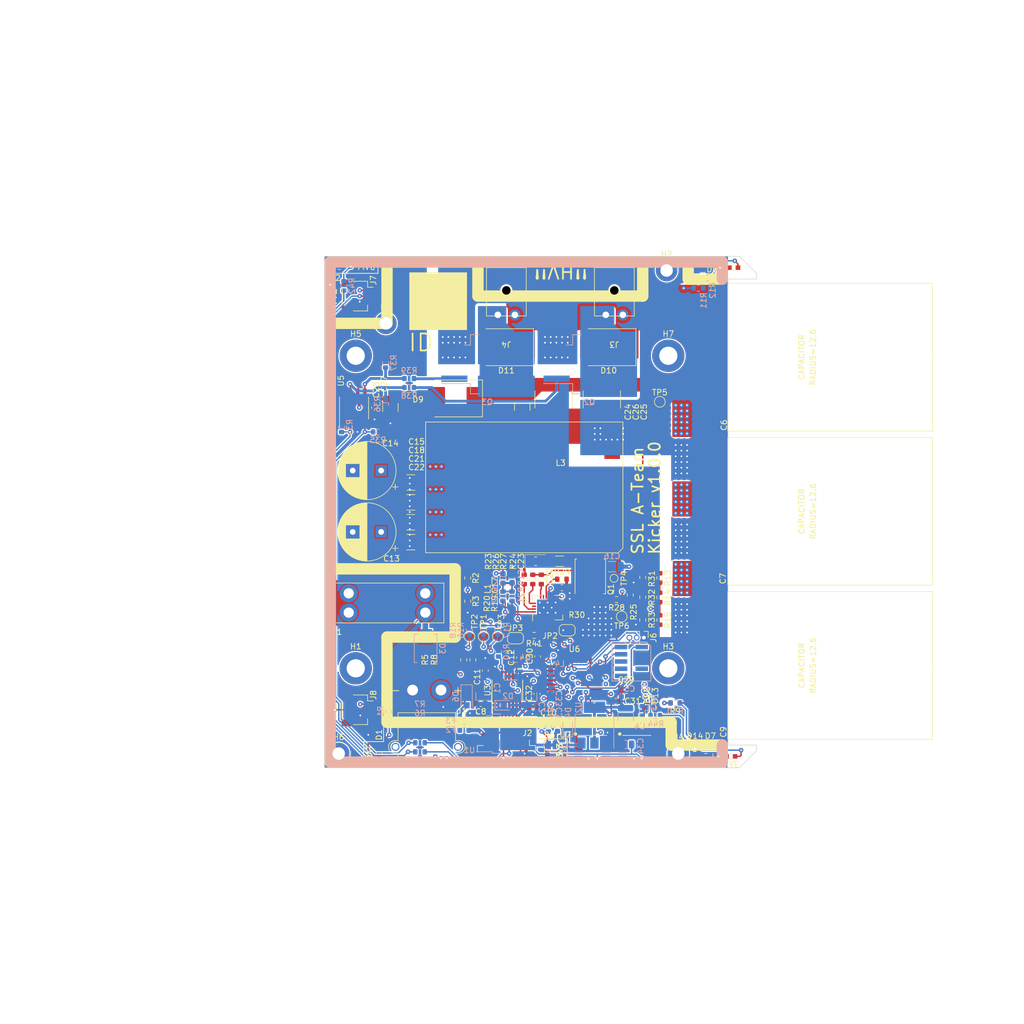
<source format=kicad_pcb>
(kicad_pcb (version 20211014) (generator pcbnew)
  (layers (0 "F.Cu" signal) (1 "In1.Cu" signal) (2 "In2.Cu" signal) (31 "B.Cu" signal) (34 "B.Paste" user) (35 "F.Paste" user) (36 "B.SilkS" user "B.Silkscreen") (37 "F.SilkS" user "F.Silkscreen") (38 "B.Mask" user) (39 "F.Mask" user) (44 "Edge.Cuts" user))
  (net 0 "")
  (net 1 "+12V")
  (net 2 "GND")
  (net 3 "+5V")
  (net 4 "Net-(C3-Pad1)")
  (net 5 "+3V3")
  (net 6 "/flyback_charger/V_{solenoid}")
  (net 7 "VBUS")
  (net 8 "+BATT")
  (net 9 "/flyback_charger/V_{batt}_FILT")
  (net 10 "/flyback_charger/V_{cc}_FILT")
  (net 11 "/flyback_charger/V_{trans}")
  (net 12 "/solenoid_control/GATE_{kick}_FILT")
  (net 13 "/solenoid_control/GATE_{chip}_FILT")
  (net 14 "Net-(D1-Pad2)")
  (net 15 "Net-(D6-Pad2)")
  (net 16 "Net-(D7-Pad2)")
  (net 17 "Net-(D8-Pad2)")
  (net 18 "Net-(D13-Pad2)")
  (net 19 "Net-(D14-Pad2)")
  (net 20 "+V_{BATT(RAW)}")
  (net 21 "/12V0_UNPROT")
  (net 22 "/TX_FAULT_PROT")
  (net 23 "/RX_CHIP_PROT")
  (net 24 "/BOOT0_KICK_PROT")
  (net 25 "/RST_CHG_PROT")
  (net 26 "/digital/SWDIO")
  (net 27 "/digital/SWDCLK")
  (net 31 "/digital/NRST")
  (net 32 "/digital/BALL_TX")
  (net 33 "/digital/BALL_RX")
  (net 34 "/CMD_{CHG}")
  (net 35 "/CMD_{kick}")
  (net 36 "/CMD_{chip}")
  (net 37 "/STATUS_{~{FAULT}}")
  (net 38 "/flyback_charger/FB")
  (net 41 "/flyback_charger/V_{trans}_SOURCE")
  (net 42 "/flyback_charger/HVGATE")
  (net 43 "/RST")
  (net 44 "/V_{batt}_MON")
  (net 45 "/HV_MON")
  (net 46 "/STATUS_{~{DONE}}")
  (net 47 "/flyback_charger/UVLO1")
  (net 48 "/flyback_charger/OVLO1")
  (net 49 "/flyback_charger/UVLO2")
  (net 50 "/flyback_charger/OVLO2")
  (net 51 "/flyback_charger/RV_{trans}")
  (net 52 "/flyback_charger/RBG")
  (net 53 "/flyback_charger/RDCM")
  (net 54 "/flyback_charger/RV_{out}")
  (net 55 "/flyback_charger/CSN")
  (net 56 "/flyback_charger/CSP")
  (net 57 "/solenoid_control/GATE_{kick}")
  (net 58 "/solenoid_control/GATE_{chip}")
  (net 59 "/digital/LED_BLUE")
  (net 60 "/digital/LED_GREEN")
  (net 61 "/digital/LED_RED")
  (net 62 "/TX")
  (net 63 "/RX")
  (net 64 "/BOOT0")
  (net 72 "/digital/DOTSTAR_SCK")
  (net 74 "/digital/DOTSTAR_MOSI")
  (net 75 "Net-(Q1-Pad4)")
  (net 76 "Net-(U7-Pad5)")
  (net 77 "Net-(U7-Pad6)")
  (net 80 "/flyback_charger/HV_AC")
  (net 81 "/solenoid_control/KICK_SW")
  (net 82 "/solenoid_control/CHIP_SW")
  (net 83 "/DL1S")
  (net 84 "/DL2S")
  (net 85 "/HVMS")
  (net 86 "/flyback_charger/HVFBS")
  (net 87 "Net-(C23-Pad1)")
  (net 88 "/digital/VDDA")
  (net 89 "Net-(D5-Pad2)")
  (net 90 "Net-(D12-Pad2)")
  (net 91 "Net-(J6-Pad2)")
  (net 92 "Net-(J6-Pad3)")
  (footprint "MountingHole:MountingHole_2.2mm_M2_ISO14580_Pad" (layer "F.Cu") (at 239.25 192.5)
    (fp_text reference "H4")
    (fp_text value "M2")
  )
  (footprint "Connector_JST:JST_SH_BM08B-SRSS-TB_1x08-1MP_P1.00mm_Vertical" (layer "F.Cu") (at 209 192.2 180)
    (fp_text reference "J2")
    (fp_text value "1054052108")
  )
  (footprint "Resistor_SMD:R_0603_1608Metric" (layer "F.Cu") (at 233 165 90)
    (fp_text reference "R32")
    (fp_text value "237k 1%")
  )
  (footprint "Diode_SMD:D_SMC" (layer "F.Cu") (at 200 130 180)
    (fp_text reference "D9")
    (fp_text value "MURS460")
  )
  (footprint "Resistor_SMD:R_0603_1608Metric" (layer "F.Cu") (at 208.4 161.725 -90)
    (fp_text reference "L1")
    (fp_text value "650 @100MHz")
  )
  (footprint "MountingHole:MountingHole_3.2mm_M3_ISO7380_Pad" (layer "F.Cu") (at 182.5 122.5)
    (fp_text reference "H5")
    (fp_text value "M3")
  )
  (footprint "Capacitor_SMD:C_0603_1608Metric" (layer "F.Cu") (at 218.775 163.325)
    (fp_text reference "C20")
    (fp_text value "0.1u")
  )
  (footprint "Capacitor_SMD:C_0603_1608Metric" (layer "F.Cu") (at 205.3 177.9 90)
    (fp_text reference "C11")
    (fp_text value "0.1u")
  )
  (footprint "Jumper:SolderJumper-2_P1.3mm_Open_RoundedPad1.0x1.5mm" (layer "F.Cu") (at 210.6 172.2)
    (fp_text reference "JP3")
    (fp_text value "Disable Micro")
  )
  (footprint "Capacitor_SMD:C_0603_1608Metric" (layer "F.Cu") (at 228.230114 183.3)
    (fp_text reference "C31")
    (fp_text value "0.1u")
  )
  (footprint "Capacitor_SMD:C_0603_1608Metric" (layer "F.Cu") (at 214.4 182 -90)
    (fp_text reference "C32")
    (fp_text value "10n 10V")
  )
  (footprint "Resistor_SMD:R_0603_1608Metric" (layer "F.Cu") (at 236 161.6 -90)
    (fp_text reference "R13")
    (fp_text value "1M47")
  )
  (footprint "AT-LED:SK9822" (layer "F.Cu") (at 224.15 191.8 180)
    (fp_text reference "U7")
    (fp_text value "SK9822")
  )
  (footprint "Resistor_SMD:R_0603_1608Metric" (layer "F.Cu") (at 202.2 161.625 -90)
    (fp_text reference "R2")
    (fp_text value "267k")
  )
  (footprint "Connector_JST:JST_SH_SM03B-SRSS-TB_1x03-1MP_P1.00mm_Horizontal" (layer "F.Cu") (at 182.8 112 -90)
    (fp_text reference "J7")
    (fp_text value "Conn_01x03")
  )
  (footprint "Capacitor_THT:CP_Radial_D10.0mm_P5.00mm" (layer "F.Cu") (at 186.967677 142.7 180)
    (fp_text reference "C14")
    (fp_text value "220u 50V")
  )
  (footprint "Resistor_SMD:R_0603_1608Metric" (layer "F.Cu") (at 212.15 161.8625 90)
    (fp_text reference "R23")
    (fp_text value "36k5 1%")
  )
  (footprint "Resistor_SMD:R_0603_1608Metric" (layer "F.Cu") (at 228.4 165.4 180)
    (fp_text reference "R28")
    (fp_text value "10 1%")
  )
  (footprint "AT-LED:LED0603" (layer "F.Cu") (at 248.5 193)
    (fp_text reference "D7")
    (fp_text value "RED")
  )
  (footprint "Resistor_SMD:R_0603_1608Metric" (layer "F.Cu") (at 215.15 161.8625 90)
    (fp_text reference "R27")
    (fp_text value "80k6 1%")
  )
  (footprint "Connector_PinHeader_1.27mm:PinHeader_1x03_P1.27mm_Vertical" (layer "F.Cu") (at 233.2 172.1 -90)
    (fp_text reference "J6")
    (fp_text value "Conn_01x03_Female")
  )
  (footprint "Package_TO_SOT_SMD:TDSON-8-1" (layer "F.Cu") (at 223.775 161.325 90)
    (fp_text reference "Q1")
    (fp_text value "BSC0402NSATMA1")
  )
  (footprint "AT-Capacitors:ESMQ201VSN102MQ35S" (layer "F.Cu") (at 247.97 177 90)
    (fp_text reference "C9")
    (fp_text value "1000uF 200V")
  )
  (footprint "AT-LED:SK9822" (layer "F.Cu") (at 231.95 191.8 180)
    (fp_text reference "U8")
    (fp_text value "SK9822")
  )
  (footprint "Resistor_SMD:R_0603_1608Metric" (layer "F.Cu") (at 202.2 165.7 -90)
    (fp_text reference "R3")
    (fp_text value "18k7")
  )
  (footprint "Capacitor_SMD:C_0603_1608Metric" (layer "F.Cu") (at 211.3 175.6 90)
    (fp_text reference "C12")
    (fp_text value "0.1u")
  )
  (footprint "TestPoint:TestPoint_Pad_D1.5mm" (layer "F.Cu") (at 236 130.6)
    (fp_text reference "TP5")
    (fp_text value "SPICE: V_{out} <<<HIGH VOLTAGE>>>")
  )
  (footprint "MountingHole:MountingHole_2.2mm_M2_ISO14580_Pad" (layer "F.Cu") (at 187.8 116.8)
    (fp_text reference "H8")
    (fp_text value "M2")
  )
  (footprint "AT-LED:LED0603" (layer "F.Cu") (at 244.1 193 180)
    (fp_text reference "D14")
    (fp_text value "Yellow")
  )
  (footprint "AT-LED:LED0603" (layer "F.Cu") (at 186.6 192.4 90)
    (fp_text reference "D1")
    (fp_text value "Green")
  )
  (footprint "MountingHole:MountingHole_3.2mm_M3_ISO7380_Pad" (layer "F.Cu") (at 237.5 177.5)
    (fp_text reference "H3")
    (fp_text value "M3")
  )
  (footprint "Resistor_SMD:R_0603_1608Metric" (layer "F.Cu") (at 203.1 176 90)
    (fp_text reference "R8")
    (fp_text value "DNP")
  )
  (footprint "Resistor_SMD:R_0603_1608Metric" (layer "F.Cu") (at 238.7 183.6 180)
    (fp_text reference "R9")
    (fp_text value "1M47")
  )
  (footprint "Resistor_SMD:R_0603_1608Metric" (layer "F.Cu") (at 236 165.025 -90)
    (fp_text reference "R14")
    (fp_text value "1M47")
  )
  (footprint "MountingHole:MountingHole_3.2mm_M3_ISO7380_Pad" (layer "F.Cu") (at 182.5 177.5)
    (fp_text reference "H1")
    (fp_text value "M3")
  )
  (footprint "MountingHole:MountingHole_2.2mm_M2_ISO14580_Pad" (layer "F.Cu") (at 237.2 107.5)
    (fp_text reference "H2")
    (fp_text value "M2")
  )
  (footprint "AT-Connectors:2157601002" (layer "F.Cu") (at 228 111 180)
    (fp_text reference "J3")
    (fp_text value "2157601002")
  )
  (footprint "Capacitor_SMD:C_1210_3225Metric" (layer "F.Cu") (at 192.2 144.8 180)
    (fp_text reference "C15")
    (fp_text value "10u 50V")
  )
  (footprint "Jumper:SolderJumper-2_P1.3mm_Bridged_RoundedPad1.0x1.5mm" (layer "F.Cu") (at 219.7 170.8)
    (fp_text reference "JP2")
    (fp_text value "CCM_EN")
  )
  (footprint "Capacitor_SMD:C_0603_1608Metric" (layer "F.Cu") (at 210 161.725 90)
    (fp_text reference "C17")
    (fp_text value "0.1u")
  )
  (footprint "AT-Fuses:3557-2" (layer "F.Cu") (at 188 166)
    (fp_text reference "F1")
    (fp_text value "40A")
  )
  (footprint "Connector_JST:JST_SH_SM03B-SRSS-TB_1x03-1MP_P1.00mm_Horizontal" (layer "F.Cu") (at 182.8 184.8 -90)
    (fp_text reference "J8")
    (fp_text value "Conn_01x03")
  )
  (footprint "TestPoint:TestPoint_Pad_D1.0mm" (layer "F.Cu") (at 227.95 161.6625 -90)
    (fp_text reference "TP4")
    (fp_text value "SPICE: V_{drain} <<<HIGH VOLTAGE>>>")
  )
  (footprint "Resistor_SMD:R_0805_2012Metric" (layer "F.Cu") (at 214.15 158.6625)
    (fp_text reference "R24")
    (fp_text value "1 1%")
  )
  (footprint "AT-Capacitors:ESMQ201VSN102MQ35S" (layer "F.Cu") (at 247.97 149.88 90)
    (fp_text reference "C7")
    (fp_text value "1000uF 200V")
  )
  (footprint "Capacitor_SMD:C_1210_3225Metric" (layer "F.Cu") (at 188.6 131.6 -90)
    (fp_text reference "C27")
    (fp_text value "10u 50v")
  )
  (footprint "Capacitor_SMD:C_0603_1608Metric" (layer "F.Cu") (at 213.7 184.4)
    (fp_text reference "C10")
    (fp_text value "0.1u")
  )
  (footprint "AT-Resistors:1206-CS" (layer "F.Cu") (at 222.625 166.325)
    (fp_text reference "R30")
    (fp_text value "3m00 1% 1W")
  )
  (footprint "Capacitor_SMD:C_0603_1608Metric" (layer "F.Cu") (at 185.8 131.625 -90)
    (fp_text reference "C28")
    (fp_text value "0.1u")
  )
  (footprint "Capacitor_THT:CP_Radial_D10.0mm_P5.00mm" (layer "F.Cu") (at 186.967677 153.5 180)
    (fp_text reference "C13")
    (fp_text value "220u 50V")
  )
  (footprint "TestPoint:TestPoint_Pad_D1.5mm" (layer "F.Cu") (at 202.5 171.9)
    (fp_text reference "TP2")
    (fp_text value "CHG_EN")
  )
  (footprint "Capacitor_SMD:C_1210_3225Metric" (layer "F.Cu") (at 192.2 148.3 180)
    (fp_text reference "C18")
    (fp_text value "10u 50V")
  )
  (footprint "Capacitor_SMD:C_2225_5664Metric" (layer "F.Cu") (at 225.8 130.2 -90)
    (fp_text reference "C25")
    (fp_text value "0.47u 500V")
  )
  (footprint "Capacitor_SMD:C_2225_5664Metric" (layer "F.Cu") (at 217.3 130.2 -90)
    (fp_text reference "C26")
    (fp_text value "0.47u 500V")
  )
  (footprint "Capacitor_SMD:C_1210_3225Metric" (layer "F.Cu") (at 192.2 155.3 180)
    (fp_text reference "C22")
    (fp_text value "10u 50V")
  )
  (footprint "TestPoint:TestPoint_Pad_D1.5mm" (layer "F.Cu") (at 229.3 168.4 180)
    (fp_text reference "TP6")
    (fp_text value "FB")
  )
  (footprint "MountingHole:MountingHole_2.2mm_M2_ISO14580_Pad" (layer "F.Cu") (at 179.5 192.5)
    (fp_text reference "H6")
    (fp_text value "M2")
  )
  (footprint "AT-LED:LED0603" (layer "F.Cu") (at 216.2 192 90)
    (fp_text reference "D5")
    (fp_text value "Green")
  )
  (footprint "AT-Capacitors:ESMQ201VSN102MQ35S" (layer "F.Cu") (at 247.97 122.76 90)
    (fp_text reference "C6")
    (fp_text value "1000uF 200V")
  )
  (footprint "AT-LED:LED0603" (layer "F.Cu") (at 234 184.4 180)
    (fp_text reference "D13")
    (fp_text value "Green")
  )
  (footprint "Capacitor_SMD:C_0603_1608Metric" (layer "F.Cu") (at 214.5 175.4 90)
    (fp_text reference "C30")
    (fp_text value "0.1u")
  )
  (footprint "Capacitor_SMD:C_1210_3225Metric" (layer "F.Cu") (at 211.8 131.4 -90)
    (fp_text reference "C24")
    (fp_text value "0.1u 500V")
  )
  (footprint "Resistor_SMD:R_0603_1608Metric" (layer "F.Cu") (at 210 164.825 -90)
    (fp_text reference "R19")
    (fp_text value "316k 1%")
  )
  (footprint "Diode_SMD:D_SMC" (layer "F.Cu") (at 227 121 180)
    (fp_text reference "D10")
    (fp_text value "MURS460")
  )
  (footprint "TestPoint:TestPoint_Pad_D1.5mm" (layer "F.Cu") (at 207.5 171.9)
    (fp_text reference "TP3")
    (fp_text value "~{FAULT}")
  )
  (footprint "Package_SO:SOIC-8_3.9x4.9mm_P1.27mm" (layer "F.Cu") (at 182.2 131.7 90)
    (fp_text reference "U5")
    (fp_text value "IX4427")
  )
  (footprint "Package_QFP:LQFP-32_7x7mm_P0.8mm" (layer "F.Cu") (at 220.98 180)
    (fp_text reference "U6")
    (fp_text value "STM32F030K6Tx")
  )
  (footprint "Resistor_SMD:R_0603_1608Metric" (layer "F.Cu") (at 233 161.5 90)
    (fp_text reference "R31")
    (fp_text value "237k 1%")
  )
  (footprint "AT-LED:LED0603" (layer "F.Cu") (at 249 107 180)
    (fp_text reference "D8")
    (fp_text value "RED")
  )
  (footprint "AT-LED:LED0603" (layer "F.Cu") (at 179.6 106.8)
    (fp_text reference "D12")
    (fp_text value "Blue")
  )
  (footprint "Resistor_SMD:R_0603_1608Metric" (layer "F.Cu") (at 233 169 90)
    (fp_text reference "R33")
    (fp_text value "2k94 1%")
  )
  (footprint "Capacitor_SMD:C_1210_3225Metric" (layer "F.Cu") (at 192.175 151.8 180)
    (fp_text reference "C21")
    (fp_text value "10u 50V")
  )
  (footprint "Resistor_SMD:R_0603_1608Metric" (layer "F.Cu") (at 213.65 161.8625 90)
    (fp_text reference "R26")
    (fp_text value "36k5 1%")
  )
  (footprint "MountingHole:MountingHole_3.2mm_M3_ISO7380_Pad" (layer "F.Cu") (at 237.5 122.5)
    (fp_text reference "H7")
    (fp_text value "M3")
  )
  (footprint "Capacitor_SMD:C_1206_3216Metric" (layer "F.Cu") (at 218.35 158.6625)
    (fp_text reference "C23")
    (fp_text value "0.1u 200V")
  )
  (footprint "Capacitor_SMD:C_0603_1608Metric" (layer "F.Cu") (at 204.5 183.7 180)
    (fp_text reference "C8")
    (fp_text value "0.1u")
  )
  (footprint "Resistor_SMD:R_0603_1608Metric" (layer "F.Cu") (at 201.5 176 90)
    (fp_text reference "R5")
    (fp_text value "DNP")
  )
  (footprint "Capacitor_SMD:C_0805_2012Metric" (layer "F.Cu") (at 230.1 181.2)
    (fp_text reference "C29")
    (fp_text value "4u7 25V")
  )
  (footprint "Resistor_SMD:R_0603_1608Metric" (layer "F.Cu") (at 218.775 161.825)
    (fp_text reference "R29")
    (fp_text value "4k21")
  )
  (footprint "Resistor_SMD:R_0603_1608Metric" (layer "F.Cu") (at 213.9 171.7 180)
    (fp_text reference "R41")
    (fp_text value "100k")
  )
  (footprint "Package_SO:QSOP-16_3.9x4.9mm_P0.635mm" (layer "F.Cu") (at 209.2 181.4 90)
    (fp_text reference "U3")
    (fp_text value "ADUM7441")
  )
  (footprint "Diode_SMD:D_SMC" (layer "F.Cu") (at 209 121 180)
    (fp_text reference "D11")
    (fp_text value "MURS460")
  )
  (footprint "TestPoint:TestPoint_Pad_D1.5mm" (layer "F.Cu") (at 205 171.9)
    (fp_text reference "TP1")
    (fp_text value "~{DONE}")
  )
  (footprint "Resistor_SMD:R_0603_1608Metric" (layer "F.Cu") (at 236 169 -90)
    (fp_text reference "R15")
    (fp_text value "15k")
  )
  (footprint "AT-Connectors:2157601002" (layer "F.Cu") (at 209 111 180)
    (fp_text reference "J4")
    (fp_text value "2157601002")
  )
  (footprint "Resistor_SMD:R_0603_1608Metric" (layer "F.Cu") (at 208.4 164.825 -90)
    (fp_text reference "R20")
    (fp_text value "523k 1%")
  )
  (footprint "AT-IC:LT3751-QFN20_EP_4x5mm_P0.5mm" (layer "F.Cu") (at 216.275 166.825 90)
    (fp_text reference "U4")
    (fp_text value "LT3751-QFN")
  )
  (footprint "Resistor_SMD:R_0603_1608Metric" (layer "F.Cu") (at 230.8 164.6 -90)
    (fp_text reference "R25")
    (fp_text value "100k 1%")
  )
  (footprint "AT-Inductors:GA34XX-BL" (layer "F.Cu") (at 212.15 145.6625 90)
    (fp_text reference "L3")
    (fp_text value "GA3460-BL")
  )
  (footprint "Connector_AMASS:AMASS_XT30PW-M_1x02_P2.50mm_Horizontal" (layer "F.Cu") (at 192.5 181.325 180)
    (fp_text reference "J1")
    (fp_text value "XT30PW-M")
  )
  (footprint "Resistor_SMD:R_0603_1608Metric" (layer "B.Cu") (at 191.9 126.5)
    (fp_text reference "R39")
    (fp_text value "10")
  )
  (footprint "AT-Discrete:D_SMB_Non-Polar" (layer "B.Cu") (at 194.8 174 90)
    (fp_text reference "D3")
    (fp_text value "824521261")
  )
  (footprint "Fuse:Fuse_0603_1608Metric" (layer "B.Cu") (at 201.6 186.8)
    (fp_text reference "F3")
    (fp_text value "1.5A Fast Blow")
  )
  (footprint "Resistor_SMD:R_0603_1608Metric" (layer "B.Cu") (at 208.4 164.8 -90)
    (fp_text reference "R22")
    (fp_text value "226k 1%")
  )
  (footprint "Resistor_SMD:R_0603_1608Metric" (layer "B.Cu") (at 235.2 185.8)
    (fp_text reference "R44")
    (fp_text value "10k")
  )
  (footprint "Package_TO_SOT_SMD:TO-263-2" (layer "B.Cu") (at 205.625 124)
    (fp_text reference "Q3")
    (fp_text value "IXGA48N60A3")
  )
  (footprint "Resistor_SMD:R_0603_1608Metric" (layer "B.Cu") (at 242.8 110.6)
    (fp_text reference "R11")
    (fp_text value "1M47")
  )
  (footprint "Capacitor_SMD:C_0603_1608Metric" (layer "B.Cu") (at 230 182.5)
    (fp_text reference "C5")
    (fp_text value "1u 10V")
  )
  (footprint "Package_TO_SOT_SMD:SOT-223-3_TabPin2" (layer "B.Cu") (at 224.5 187.5 90)
    (fp_text reference "U2")
    (fp_text value "LM1117-3.3")
  )
  (footprint "Resistor_SMD:R_0603_1608Metric" (layer "B.Cu") (at 191.9 128.1)
    (fp_text reference "R38")
    (fp_text value "10")
  )
  (footprint "Diode_SMD:D_SOD-323" (layer "B.Cu") (at 208.5 184)
    (fp_text reference "D2")
    (fp_text value "CUS10S30,H3F")
  )
  (footprint "Resistor_SMD:R_0603_1608Metric" (layer "B.Cu") (at 216.8 178.3 -90)
    (fp_text reference "L4")
    (fp_text value "650 @100MHz")
  )
  (footprint "Capacitor_SMD:C_0603_1608Metric" (layer "B.Cu") (at 210 161.6 90)
    (fp_text reference "C19")
    (fp_text value "0.1u")
  )
  (footprint "Package_TO_SOT_SMD:TO-252-2" (layer "B.Cu") (at 209 189)
    (fp_text reference "U1")
    (fp_text value "LM1117-5.0")
  )
  (footprint "Resistor_SMD:R_0603_1608Metric" (layer "B.Cu") (at 205 170.8 -90)
    (fp_text reference "R16")
    (fp_text value "100k")
  )
  (footprint "Resistor_SMD:R_0603_1608Metric" (layer "B.Cu") (at 180.4 110.2 90)
    (fp_text reference "R42")
    (fp_text value "10k")
  )
  (footprint "Resistor_SMD:R_0603_1608Metric" (layer "B.Cu") (at 208.4 161.6 -90)
    (fp_text reference "L2")
    (fp_text value "650 @100MHz")
  )
  (footprint "Resistor_SMD:R_0603_1608Metric" (layer "B.Cu") (at 216.4 187.8 -90)
    (fp_text reference "R4")
    (fp_text value "10k")
  )
  (footprint "Resistor_SMD:R_0603_1608Metric" (layer "B.Cu") (at 186.4 135.9)
    (fp_text reference "R35")
    (fp_text value "100k")
  )
  (footprint "Capacitor_SMD:C_0603_1608Metric" (layer "B.Cu") (at 216.8 181.6 -90)
    (fp_text reference "C33")
    (fp_text value "1u 10V")
  )
  (footprint "Resistor_SMD:R_0603_1608Metric" (layer "B.Cu") (at 210 164.8 -90)
    (fp_text reference "R21")
    (fp_text value "205k 1%")
  )
  (footprint "Resistor_SMD:R_0603_1608Metric" (layer "B.Cu") (at 238.725 183.6)
    (fp_text reference "R10")
    (fp_text value "1M47")
  )
  (footprint "Resistor_SMD:R_0603_1608Metric" (layer "B.Cu") (at 244.4 108.8)
    (fp_text reference "R12")
    (fp_text value "1M47")
  )
  (footprint "Resistor_SMD:R_0603_1608Metric" (layer "B.Cu") (at 188.3 185.1 -90)
    (fp_text reference "R1")
    (fp_text value "22k")
  )
  (footprint "AT-Connectors:Samtec-2x5pin-0.5mm" (layer "B.Cu") (at 231 176.3 -90)
    (fp_text reference "J5")
    (fp_text value "Conn_ARM_JTAG_SWD_10")
  )
  (footprint "Diode_SMD:D_SOD-323" (layer "B.Cu") (at 219.8 188 90)
    (fp_text reference "D4")
    (fp_text value "CUS10S30,H3F")
  )
  (footprint "Capacitor_SMD:C_1210_3225Metric" (layer "B.Cu") (at 230 186 -90)
    (fp_text reference "C4")
    (fp_text value "47u 10V")
  )
  (footprint "Capacitor_SMD:C_1206_3216Metric" (layer "B.Cu") (at 227.6 159.6 180)
    (fp_text reference "C16")
    (fp_text value "10u 35V")
  )
  (footprint "Resistor_SMD:R_0603_1608Metric" (layer "B.Cu") (at 187.75 123.75 90)
    (fp_text reference "R37")
    (fp_text value "100k")
  )
  (footprint "Fuse:Fuse_0603_1608Metric" (layer "B.Cu") (at 201.6 188.4 180)
    (fp_text reference "F2")
    (fp_text value "1.5A Fast Blow")
  )
  (footprint "Capacitor_SMD:C_1210_3225Metric" (layer "B.Cu") (at 213 182.5 90)
    (fp_text reference "C2")
    (fp_text value "47u 10V")
  )
  (footprint "Capacitor_SMD:C_0805_2012Metric" (layer "B.Cu") (at 230.1 190.9)
    (fp_text reference "C34")
    (fp_text value "4u7 25V")
  )
  (footprint "Package_TO_SOT_SMD:SOT-23" (layer "B.Cu") (at 210.3 178)
    (fp_text reference "Q4")
    (fp_text value "BSS138K")
  )
  (footprint "Resistor_SMD:R_0603_1608Metric" (layer "B.Cu") (at 187.75 131 -90)
    (fp_text reference "R36")
    (fp_text value "100k")
  )
  (footprint "Resistor_SMD:R_0603_1608Metric" (layer "B.Cu") (at 193.8 190.6 180)
    (fp_text reference "R7")
    (fp_text value "DNP")
  )
  (footprint "Resistor_SMD:R_0603_1608Metric" (layer "B.Cu") (at 207.6 174.6 90)
    (fp_text reference "R40")
    (fp_text value "100k")
  )
  (footprint "Resistor_SMD:R_0603_1608Metric" (layer "B.Cu") (at 180 135.1 90)
    (fp_text reference "R34")
    (fp_text value "100k")
  )
  (footprint "Capacitor_SMD:C_1210_3225Metric" (layer "B.Cu") (at 205 182.5 90)
    (fp_text reference "C1")
    (fp_text value "22u 25V")
  )
  (footprint "Resistor_SMD:R_0603_1608Metric" (layer "B.Cu") (at 193.8 192.2 180)
    (fp_text reference "R6")
    (fp_text value "DNP")
  )
  (footprint "Diode_SMD:D_SOD-123F" (layer "B.Cu") (at 202 182.6 -90)
    (fp_text reference "D6")
    (fp_text value "SMF12CA")
  )
  (footprint "Resistor_SMD:R_0603_1608Metric" (layer "B.Cu") (at 232.9 185 -90)
    (fp_text reference "R43")
    (fp_text value "10k")
  )
  (footprint "Package_TO_SOT_SMD:TO-263-2" (layer "B.Cu") (at 223.625 124)
    (fp_text reference "Q2")
    (fp_text value "IXGA48N60A3")
  )
  (footprint "Capacitor_SMD:C_0603_1608Metric" (layer "B.Cu") (at 218 187.8 90)
    (fp_text reference "C3")
    (fp_text value "1u 10V")
  )
  (footprint "Resistor_SMD:R_0603_1608Metric" (layer "B.Cu") (at 207.5 170.8 -90)
    (fp_text reference "R17")
    (fp_text value "100k")
  )
  (footprint "Resistor_SMD:R_0603_1608Metric" (layer "B.Cu") (at 202.5 170.8 90)
    (fp_text reference "R18")
    (fp_text value "100k")
  )
  (footprint "Jumper:SolderJumper-2_P1.3mm_Bridged_RoundedPad1.0x1.5mm" (layer "B.Cu") (at 217 191 180)
    (fp_text reference "JP1")
    (fp_text value "Power Iso.")
  )
  (gr_line (start 247 194) (end 247 191) (layer "B.SilkS") (width 2))
  (gr_line (start 178 106) (end 178 194) (layer "B.SilkS") (width 2))
  (gr_line (start 247 106) (end 178 106) (layer "B.SilkS") (width 2))
  (gr_line (start 178 194) (end 247 194) (layer "B.SilkS") (width 2))
  (gr_line (start 247 109) (end 247 106) (layer "B.SilkS") (width 2))
  (gr_line (start 233 106) (end 233 112) (layer "F.SilkS") (width 2))
  (gr_line (start 188 187) (end 238 187) (layer "F.SilkS") (width 2))
  (gr_line (start 178 116.8) (end 178 160) (layer "F.SilkS") (width 2))
  (gr_line (start 247 109) (end 241 109) (layer "F.SilkS") (width 2))
  (gr_line (start 188 172) (end 188 187) (layer "F.SilkS") (width 2))
  (gr_line (start 238 191) (end 247 191) (layer "F.SilkS") (width 2))
  (gr_line (start 212.3 159.9) (end 212.3 157.5) (layer "F.SilkS") (width 0.075))
  (gr_line (start 241 106) (end 241 109) (layer "F.SilkS") (width 2))
  (gr_line (start 187.4 187.6) (end 187.4 190.4) (layer "F.SilkS") (width 0.15))
  (gr_line (start 238 187) (end 238 191) (layer "F.SilkS") (width 2))
  (gr_line (start 200 172) (end 188 172) (layer "F.SilkS") (width 2))
  (gr_line (start 217.2 162.7) (end 217.3 162.7) (layer "F.SilkS") (width 0.075))
  (gr_line (start 188 106) (end 188 116.8) (layer "F.SilkS") (width 2))
  (gr_line (start 183.9 194.2) (end 188.4 194.2) (layer "F.SilkS") (width 0.15))
  (gr_line (start 178 160) (end 200 160) (layer "F.SilkS") (width 2))
  (gr_line (start 183.9 190.4) (end 183.9 194.2) (layer "F.SilkS") (width 0.15))
  (gr_line (start 186.4 105.6) (end 177.6 105.6) (layer "F.SilkS") (width 0.15))
  (gr_line (start 241 106) (end 233 106) (layer "F.SilkS") (width 2))
  (gr_line (start 217.2 160) (end 217.2 162.7) (layer "F.SilkS") (width 0.075))
  (gr_line (start 233 112) (end 204 112) (layer "F.SilkS") (width 2))
  (gr_rect (start 202 107.9) (end 192 117.9) (layer "F.SilkS") (width 0.15) (fill solid))
  (gr_line (start 214.8 194.2) (end 219.7 194.2) (layer "F.SilkS") (width 0.15))
  (gr_line (start 188 116.8) (end 178 116.8) (layer "F.SilkS") (width 2))
  (gr_line (start 177.6 105.6) (end 177.6 108) (layer "F.SilkS") (width 0.15))
  (gr_line (start 186.4 108) (end 186.4 105.6) (layer "F.SilkS") (width 0.15))
  (gr_line (start 177.6 108) (end 186.4 108) (layer "F.SilkS") (width 0.15))
  (gr_line (start 188 106) (end 204 106) (layer "F.SilkS") (width 2))
  (gr_line (start 187.4 190.4) (end 183.9 190.4) (layer "F.SilkS") (width 0.15))
  (gr_line (start 200 160) (end 200 172) (layer "F.SilkS") (width 2))
  (gr_line (start 204 106) (end 204 112) (layer "F.SilkS") (width 2))
  (gr_line (start 219.7 194.2) (end 219.7 189.9) (layer "F.SilkS") (width 0.15))
  (gr_line (start 212.3 157.5) (end 215.9 157.5) (layer "F.SilkS") (width 0.075))
  (gr_line (start 219.7 189.9) (end 214.8 189.9) (layer "F.SilkS") (width 0.15))
  (gr_line (start 253 191) (end 253 192) (layer "Edge.Cuts") (width 0.1))
  (gr_line (start 177 195) (end 250 195) (layer "Edge.Cuts") (width 0.1))
  (gr_line (start 248 191) (end 253 191) (layer "Edge.Cuts") (width 0.1))
  (gr_line (start 248 109) (end 253 109) (layer "Edge.Cuts") (width 0.1))
  (gr_line (start 253 192) (end 250 195) (layer "Edge.Cuts") (width 0.1))
  (gr_line (start 177 105) (end 177 195) (layer "Edge.Cuts") (width 0.1))
  (gr_line (start 253 108) (end 250 105) (layer "Edge.Cuts") (width 0.1))
  (gr_line (start 250 105) (end 177 105) (layer "Edge.Cuts") (width 0.1))
  (gr_line (start 248 191) (end 248 109) (layer "Edge.Cuts") (width 0.1))
  (gr_line (start 253 109) (end 253 108) (layer "Edge.Cuts") (width 0.1))
  (gr_text "Kicker v1.0.0" (at 235.1 147.5 90) (layer "F.SilkS") (effects (font (size 2 2) (thickness 0.3))))
  (gr_text "SSL A-Team" (at 232.1 148 90) (layer "F.SilkS") (effects (font (size 2 2) (thickness 0.3))))
  (gr_text "RX" (at 178.2 112 270) (layer "F.SilkS") (effects (font (size 1.5 1.5) (thickness 0.3))))
  (gr_text "BAT" (at 184.9 192.4 90) (layer "F.SilkS") (effects (font (size 1 1))))
  (gr_text "CHIP" (at 209 106 180) (layer "F.SilkS") (effects (font (size 1 1))))
  (gr_text "LIVE" (at 248.4 194.4) (layer "F.SilkS") (effects (font (size 1 1))))
  (gr_text "TX" (at 178.2 184.82 270) (layer "F.SilkS") (effects (font (size 1.5 1.5) (thickness 0.3))))
  (gr_text "ID" (at 194 120.2) (layer "F.SilkS") (effects (font (size 3 3) (thickness 0.3))))
  (gr_text "!!HV!!" (at 218.6 107.6 180) (layer "F.SilkS") (effects (font (size 2.5 2.5) (thickness 0.3))))
  (gr_text "KICK" (at 228 106 180) (layer "F.SilkS") (effects (font (size 1 1))))
  (gr_text "BALL" (at 184.2 106.8 180) (layer "F.SilkS") (effects (font (size 1 1))))
  (gr_text "DBG" (at 233.8 182.2 90) (layer "F.SilkS") (effects (font (size 1 1))))
  (gr_text "LIVE" (at 246.3 105.7 180) (layer "F.SilkS") (effects (font (size 1 1))))
  (gr_text "ERR" (at 244.1 194.4) (layer "F.SilkS") (effects (font (size 1 1))))
  (gr_text "3v3" (at 218.4 192 90) (layer "F.SilkS") (effects (font (size 1 1) (thickness 0.2))))
  (segment (start 217.525 164.925) (end 218.675 164.925) (width 0.25) (layer "F.Cu") (net 1))
  (segment (start 182.835 129.225) (end 182.835 130.535) (width 0.5) (layer "F.Cu") (net 1))
  (segment (start 217.025 164.925) (end 217.025 164.3) (width 0.25) (layer "F.Cu") (net 1))
  (segment (start 183.15 130.85) (end 183.1 130.9) (width 0.5) (layer "F.Cu") (net 1))
  (segment (start 217.525 164.925) (end 217.525 163.8) (width 0.25) (layer "F.Cu") (net 1))
  (segment (start 217.025 164.3) (end 218 163.325) (width 0.25) (layer "F.Cu") (net 1))
  (segment (start 218.675 164.925) (end 218.775 164.825) (width 0.25) (layer "F.Cu") (net 1))
  (segment (start 188.6 130.125) (end 186.525 130.125) (width 0.5) (layer "F.Cu") (net 1))
  (segment (start 186.525 130.125) (end 185.8 130.85) (width 0.5) (layer "F.Cu") (net 1))
  (segment (start 182.835 130.535) (end 183.15 130.85) (width 0.5) (layer "F.Cu") (net 1))
  (segment (start 217.525 163.8) (end 218 163.325) (width 0.25) (layer "F.Cu") (net 1))
  (segment (start 183.15 130.85) (end 185.8 130.85) (width 0.5) (layer "F.Cu") (net 1))
  (segment (start 183.1 130.9) (end 183.1 131.6) (width 0.5) (layer "F.Cu") (net 1))
  (via (at 218.775 164.825) (size 0.8) (drill 0.3) (layers "F.Cu" "B.Cu") (net 1))
  (via (at 230.6 159.6) (size 0.8) (drill 0.3) (layers "F.Cu" "B.Cu") (net 1))
  (via (at 202.6 185.4) (size 0.8) (drill 0.3) (layers "F.Cu" "B.Cu") (net 1))
  (via (at 203.8 185.4) (size 0.8) (drill 0.3) (layers "F.Cu" "B.Cu") (net 1))
  (via (at 183.1 131.6) (size 0.8) (drill 0.3) (layers "F.Cu" "B.Cu") (net 1))
  (via (at 207.2 160.8) (size 0.8) (drill 0.3) (layers "F.Cu" "B.Cu") (net 1))
  (segment (start 207.45 184) (end 205.025 184) (width 0.5) (layer "B.Cu") (net 1))
  (segment (start 207.225 160.775) (end 207.2 160.8) (width 0.25) (layer "B.Cu") (net 1))
  (segment (start 202.4675 186.72) (end 202.3875 186.8) (width 0.75) (layer "B.Cu") (net 1))
  (segment (start 230.6 159.6) (end 229.075 159.6) (width 0.75) (layer "B.Cu") (net 1))
  (segment (start 205.025 184) (end 205 183.975) (width 0.5) (layer "B.Cu") (net 1))
  (segment (start 208.4 160.775) (end 207.225 160.775) (width 0.25) (layer "B.Cu") (net 1))
  (segment (start 218.18 174.38) (end 218.1 174.3) (width 0.25) (layer "F.Cu") (net 2))
  (segment (start 230.8 163.775) (end 230.8 163) (width 0.25) (layer "F.Cu") (net 2))
  (segment (start 203.725 183.7) (end 203.725 182.725) (width 0.25) (layer "F.Cu") (net 2))
  (segment (start 223.78 182.72) (end 223.8 182.7) (width 0.25) (layer "F.Cu") (net 2))
  (segment (start 214.475 184.4) (end 214.475 184.775) (width 0.25) (layer "F.Cu") (net 2))
  (segment (start 211.3 174.825) (end 209.925 174.825) (width 0.25) (layer "F.Cu") (net 2))
  (segment (start 220.15 164.2625) (end 220.15 165.2625) (width 0.5) (layer "F.Cu") (net 2))
  (segment (start 216.2 192.75) (end 219.25 192.75) (width 0.25) (layer "F.Cu") (net 2))
  (segment (start 203.7 182.7) (end 202.3 182.7) (width 0.25) (layer "F.Cu") (net 2))
  (segment (start 219.25 192.75) (end 219.9 193.4) (width 0.25) (layer "F.Cu") (net 2))
  (segment (start 218.675 167.575) (end 217.025 167.575) (width 0.25) (layer "F.Cu") (net 2))
  (segment (start 231.05 181.2) (end 231.2 181.2) (width 0.25) (layer "F.Cu") (net 2))
  (segment (start 244.85 193) (end 246.3 193) (width 0.25) (layer "F.Cu") (net 2))
  (segment (start 221.7 193.4) (end 223.45 193.4) (width 0.25) (layer "F.Cu") (net 2))
  (segment (start 207.6125 178.7457) (end 207.6125 177.8125) (width 0.25) (layer "F.Cu") (net 2))
  (segment (start 234.75 184.4) (end 234.025489 183.675489) (width 0.25) (layer "F.Cu") (net 2))
  (segment (start 211.4225 178.7457) (end 212.5457 178.7457) (width 0.25) (layer "F.Cu") (net 2))
  (segment (start 214.475 184.775) (end 215.6 185.9) (width 0.25) (layer "F.Cu") (net 2))
  (segment (start 233 169.825) (end 231.825 169.825) (width 0.25) (layer "F.Cu") (net 2))
  (segment (start 219.55 163.6625) (end 220.15 164.2625) (width 0.5) (layer "F.Cu") (net 2))
  (segment (start 186.6 193.15) (end 185.95 193.15) (width 0.25) (layer "F.Cu") (net 2))
  (segment (start 202.2 182.8) (end 200.7 184.3) (width 0.25) (layer "F.Cu") (net 2))
  (segment (start 249.75 106.35) (end 249.2 105.8) (width 0.25) (layer "F.Cu") (net 2))
  (segment (start 249.75 107) (end 249.75 106.35) (width 0.25) (layer "F.Cu") (net 2))
  (segment (start 231.7 183.3) (end 232.5 182.5) (width 0.25) (layer "F.Cu") (net 2))
  (segment (start 232.5 182.524614) (end 232.5 182.5) (width 0.25) (layer "F.Cu") (net 2))
  (segment (start 207.6125 177.8125) (end 207 177.2) (width 0.25) (layer "F.Cu") (net 2))
  (segment (start 236 169.825) (end 233 169.825) (width 0.25) (layer "F.Cu") (net 2))
  (segment (start 207.6125 183.1125) (end 207.2 182.7) (width 0.25) (layer "F.Cu") (net 2))
  (segment (start 202.3 182.7) (end 202.2 182.8) (width 0.25) (layer "F.Cu") (net 2))
  (segment (start 214.4 182.775) (end 214.4 184.325) (width 0.25) (layer "F.Cu") (net 2))
  (segment (start 219.862989 165.549511) (end 220.15 165.2625) (width 0.25) (layer "F.Cu") (net 2))
  (segment (start 207.6125 184.0543) (end 207.6125 183.1125) (width 0.25) (layer "F.Cu") (net 2))
  (segment (start 188.6 133.075) (end 188.6 134.4) (width 0.5) (layer "F.Cu") (net 2))
  (segment (start 217.675 165.925) (end 218.050489 165.549511) (width 0.25) (layer "F.Cu") (net 2))
  (segment (start 202.2 166.525) (end 202.2 167.7) (width 0.25) (layer "F.Cu") (net 2))
  (segment (start 211.4225 184.0543) (end 211.4225 184.6493) (width 0.25) (layer "F.Cu") (net 2))
  (segment (start 219.6 161.825) (end 219.6 163.275) (width 0.5) (layer "F.Cu") (net 2))
  (segment (start 207.2 182.7) (end 203.7 182.7) (width 0.25) (layer "F.Cu") (net 2))
  (segment (start 184.8 185.8) (end 183.3 185.8) (width 0.25) (layer "F.Cu") (net 2))
  (segment (start 178 107.2) (end 178 110) (width 0.25) (layer "F.Cu") (net 2))
  (segment (start 212.273698 185.500498) (end 213.6 185.500498) (width 0.25) (layer "F.Cu") (net 2))
  (segment (start 185.2 192.4) (end 184.7 191.9) (width 0.25) (layer "F.Cu") (net 2))
  (segment (start 233.650875 183.675489) (end 232.5 182.524614) (width 0.25) (layer "F.Cu") (net 2))
  (segment (start 184.8 113) (end 183.2 113) (width 0.25) (layer "F.Cu") (net 2))
  (segment (start 223.78 184.175) (end 223.78 182.72) (width 0.25) (layer "F.Cu") (net 2))
  (segment (start 203.725 182.725) (end 203.7 182.7) (width 0.25) (layer "F.Cu") (net 2))
  (segment (start 212.5 192.1) (end 212.2 192.4) (width 0.5) (layer "F.Cu") (net 2))
  (segment (start 212.2 192.4) (end 212.2 192.499502) (width 0.5) (layer "F.Cu") (net 2))
  (segment (start 234.025489 183.675489) (end 233.650875 183.675489) (width 0.25) (layer "F.Cu") (net 2))
  (segment (start 231.825 169.825) (end 231.8 169.8) (width 0.25) (layer "F.Cu") (net 2))
  (segment (start 182.835 135.865) (end 182.8 135.9) (width 0.5) (layer "F.Cu") (net 2))
  (segment (start 247.75 193) (end 246.3 193) (width 0.25) (layer "F.Cu") (net 2))
  (segment (start 214.4 184.325) (end 214.475 184.4) (width 0.25) (layer "F.Cu") (net 2))
  (segment (start 230.8 163) (end 231.4 162.4) (width 0.25) (layer "F.Cu") (net 2))
  (segment (start 219.6 163.275) (end 219.55 163.325) (width 0.5) (layer "F.Cu") (net 2))
  (segment (start 229.005114 183.3) (end 231.7 183.3) (width 0.25) (layer "F.Cu") (net 2))
  (segment (start 214.5 174.625) (end 214.5 173.3) (width 0.25) (layer "F.Cu") (net 2))
  (segment (start 209.925 174.825) (end 209.9 174.8) (width 0.25) (layer "F.Cu") (net 2))
  (segment (start 219.9 193.4) (end 221.7 193.4) (width 0.25) (layer "F.Cu") (net 2))
  (segment (start 205.3 177.125) (end 205.3 175.7) (width 0.25) (layer "F.Cu") (net 2))
  (segment (start 218.050489 165.549511) (end 219.862989 165.549511) (width 0.25) (layer "F.Cu") (net 2))
  (segment (start 185.8 132.4) (end 185.8 133.7) (width 0.5) (layer "F.Cu") (net 2))
  (segment (start 219.05 170.8) (end 219 170.8) (width 0.25) (layer "F.Cu") (net 2))
  (segment (start 185.95 193.15) (end 185.2 192.4) (width 0.25) (layer "F.Cu") (net 2))
  (segment (start 229.5 193.4) (end 231.45 193.4) (width 0.25) (layer "F.Cu") (net 2))
  (segment (start 217.025 167.575) (end 216.275 166.825) (width 0.25) (layer "F.Cu") (net 2))
  (segment (start 184.7 191.9) (end 184.7 189.2) (width 0.25) (layer "F.Cu") (net 2))
  (segment (start 178.85 106.8) (end 178.4 106.8) (width 0.25) (layer "F.Cu") (net 2))
  (segment (start 209.95 172.2) (end 209.95 174.75) (width 0.25) (layer "F.Cu") (net 2))
  (segment (start 231.2 181.2) (end 232.5 182.5) (width 0.25) (layer "F.Cu") (net 2))
  (segment (start 210 160.95) (end 210 159.7) (width 0.25) (layer "F.Cu") (net 2))
  (segment (start 212.5 190.875) (end 212.5 192.1) (width 0.5) (layer "F.Cu") (net 2))
  (segment (start 200.7 184.3) (end 197.9 184.3) (width 0.25) (layer "F.Cu") (net 2))
  (segment (start 178.4 106.8) (end 178 107.2) (width 0.25) (layer "F.Cu") (net 2))
  (segment (start 209.95 174.75) (end 209.9 174.8) (width 0.25) (layer "F.Cu") (net 2))
  (segment (start 219.55 163.325) (end 219.55 163.6625) (width 0.5) (layer "F.Cu") (net 2))
  (segment (start 211.4225 184.6493) (end 212.273698 185.500498) (width 0.25) (layer "F.Cu") (net 2))
  (segment (start 218.18 175.825) (end 218.18 174.38) (width 0.25) (layer "F.Cu") (net 2))
  (segment (start 212.5457 178.7457) (end 212.7 178.9) (width 0.25) (layer "F.Cu") (net 2))
  (segment (start 182.835 134.175) (end 182.835 135.865) (width 0.5) (layer "F.Cu") (net 2))
  (via (at 240.8 140.2) (size 0.8) (drill 0.3) (layers "F.Cu" "B.Cu") (net 2))
  (via (at 202.2 167.7) (size 0.8) (drill 0.3) (layers "F.Cu" "B.Cu") (net 2))
  (via (at 226.475 168.725) (size 0.8) (drill 0.3) (layers "F.Cu" "B.Cu") (net 2))
  (via (at 217.8 119.2) (size 0.8) (drill 0.3) (layers "F.Cu" "B.Cu") (net 2))
  (via (at 216.8 120.2) (size 0.8) (drill 0.3) (layers "F.Cu" "B.Cu") (net 2))
  (via (at 231.4 162.4) (size 0.8) (drill 0.3) (layers "F.Cu" "B.Cu") (net 2))
  (via (at 238.8 138.2) (size 0.8) (drill 0.3) (layers "F.Cu" "B.Cu") (net 2))
  (via (at 192 146) (size 0.8) (drill 0.3) (layers "F.Cu" "B.Cu") (net 2))
  (via (at 240.8 166.2) (size 0.8) (drill 0.3) (layers "F.Cu" "B.Cu") (net 2))
  (via (at 200.8 122.8) (size 0.8) (drill 0.3) (layers "F.Cu" "B.Cu") (net 2))
  (via (at 239.8 152.2) (size 0.8) (drill 0.3) (layers "F.Cu" "B.Cu") (net 2))
  (via (at 223.45 193.4) (size 0.8) (drill 0.3) (layers "F.Cu" "B.Cu") (net 2))
  (via (at 224.475 166.725) (size 0.8) (drill 0.3) (layers "F.Cu" "B.Cu") (net 2))
  (via (at 223.8 182.7) (size 0.8) (drill 0.3) (layers "F.Cu" "B.Cu") (net 2))
  (via (at 231.45 193.4) (size 0.8) (drill 0.3) (layers "F.Cu" "B.Cu") (net 2))
  (via (at 224.475 168.725) (size 0.8) (drill 0.3) (layers "F.Cu" "B.Cu") (net 2))
  (via (at 224.55 135.2625) (size 0.8) (drill 0.3) (layers "F.Cu" "B.Cu") (net 2))
  (via (at 240.8 142.2) (size 0.8) (drill 0.3) (layers "F.Cu" "B.Cu") (net 2))
  (via (at 226.475 166.725) (size 0.8) (drill 0.3) (layers "F.Cu" "B.Cu") (net 2))
  (via (at 218.1 174.3) (size 0.8) (drill 0.3) (layers "F.Cu" "B.Cu") (net 2))
  (via (at 225.475 171.725) (size 0.8) (drill 0.3) (layers "F.Cu" "B.Cu") (net 2))
  (via (at 238.8 171.2) (size 0.8) (drill 0.3) (layers "F.Cu" "B.Cu") (net 2))
  (via (at 240.8 167.2) (size 0.8) (drill 0.3) (layers "F.Cu" "B.Cu") (net 2))
  (via (at 183.3 185.8) (size 0.8) (drill 0.3) (layers "F.Cu" "B.Cu") (net 2))
  (via (at 240.8 154.2) (size 0.8) (drill 0.3) (layers "F.Cu" "B.Cu") (net 2))
  (via (at 226.8 188.8) (size 0.8) (drill 0.3) (layers "F.Cu" "B.Cu") (net 2))
  (via (at 226.475 169.725) (size 0.8) (drill 0.3) (layers "F.Cu" "B.Cu") (net 2))
  (via (at 225.55 135.2625) (size 0.8) (drill 0.3) (layers "F.Cu" "B.Cu") (net 2))
  (via (at 219 170.8) (size 0.8) (drill 0.3) (layers "F.Cu" "B.Cu") (net 2))
  (via (at 216.275 167.725) (size 0.8) (drill 0.3) (layers "F.Cu" "B.Cu") (net 2))
  (via (at 200.8 120.2) (size 0.8) (drill 0.3) (layers "F.Cu" "B.Cu") (net 2))
  (via (at 240.8 155.2) (size 0.8) (drill 0.3) (layers "F.Cu" "B.Cu") (net 2))
  (via (at 199.8 120.2) (size 0.8) (drill 0.3) (layers "F.Cu" "B.Cu") (net 2))
  (via (at 238.8 152.2) (size 0.8) (drill 0.3) (layers "F.Cu" "B.Cu") (net 2))
  (via (at 217.675 165.925) (size 0.8) (drill 0.3) (layers "F.Cu" "B.Cu") (net 2))
  (via (at 185.8 133.7) (size 0.8) (drill 0.3) (layers "F.Cu" "B.Cu") (net 2))
  (via (at 216.275 165.925) (size 0.8) (drill 0.3) (layers "F.Cu" "B.Cu") (net 2))
  (via (at 226.55 137.2625) (size 0.8) (drill 0.3) (layers "F.Cu" "B.Cu") (net 2))
  (via (at 240.8 141.2) (size 0.8) (drill 0.3) (layers "F.Cu" "B.Cu") (net 2))
  (via (at 238.8 143.2) (size 0.8) (drill 0.3) (layers "F.Cu" "B.Cu") (net 2))
  (via (at 218.8 122.8) (size 0.8) (drill 0.3) (layers "F.Cu" "B.Cu") (net 2))
  (via (at 246.3 193) (size 0.8) (drill 0.3) (layers "F.Cu" "B.Cu") (net 2))
  (via (at 240.8 153.2) (size 0.8) (drill 0.3) (layers "F.Cu" "B.Cu") (net 2))
  (via (at 249.2 105.8) (size 0.8) (drill 0.3) (layers "F.Cu" "B.Cu") (net 2))
  (via (at 215.8 122.8) (size 0.8) (drill 0.3) (layers "F.Cu" "B.Cu") (net 2))
  (via (at 226.475 167.725) (size 0.8) (drill 0.3) (layers "F.Cu" "B.Cu") (net 2))
  (via (at 192 154) (size 0.8) (drill 0.3) (layers "F.Cu" "B.Cu") (net 2))
  (via (at 223.475 170.725) (size 0.8) (drill 0.3) (layers "F.Cu" "B.Cu") (net 2))
  (via (at 239.8 170.2) (size 0.8) (drill 0.3) (layers "F.Cu" "B.Cu") (net 2))
  (via (at 182.8 135.9) (size 0.8) (drill 0.3) (layers "F.Cu" "B.Cu") (net 2))
  (via (at 223.475 169.725) (size 0.8) (drill 0.3) (layers "F.Cu" "B.Cu") (net 2))
  (via (at 213.6 185.500498) (size 0.8) (drill 0.3) (layers "F.Cu" "B.Cu") (net 2))
  (via (at 224.55 137.2625) (size 0.8) (drill 0.3) (layers "F.Cu" "B.Cu") (net 2))
  (via (at 224.55 136.2625) (size 0.8) (drill 0.3) (layers "F.Cu" "B.Cu") (net 2))
  (via (at 239.8 139.2) (size 0.8) (drill 0.3) (layers "F.Cu" "B.Cu") (net 2))
  (via (at 216.8 119.2) (size 0.8) (drill 0.3) (layers "F.Cu" "B.Cu") (net 2))
  (via (at 218.8 120.2) (size 0.8) (drill 0.3) (layers "F.Cu" "B.Cu") (net 2))
  (via (at 212.7 178.9) (size 0.8) (drill 0.3) (layers "F.Cu" "B.Cu") (net 2))
  (via (at 220.15 164.2625) (size 0.8) (drill 0.3) (layers "F.Cu" "B.Cu") (net 2))
  (via (at 239.8 154.2) (size 0.8) (drill 0.3) (layers "F.Cu" "B.Cu") (net 2))
  (via (at 188.6 134.4) (size 0.8) (drill 0.3) (layers "F.Cu" "B.Cu") (net 2))
  (via (at 239.8 156.2) (size 0.8) (drill 0.3) (layers "F.Cu" "B.Cu") (net 2))
  (via (at 192 155) (size 0.8) (drill 0.3) (layers "F.Cu" "B.Cu") (net 2))
  (via (at 227.475 170.725) (size 0.8) (drill 0.3) (layers "F.Cu" "B.Cu") (net 2))
  (via (at 205.3 175.7) (size 0.8) (drill 0.3) (layers "F.Cu" "B.Cu") (net 2))
  (via (at 238.8 139.2) (size 0.8) (drill 0.3) (layers "F.Cu" "B.Cu") (net 2))
  (via (at 238.8 166.2) (size 0.8) (drill 0.3) (layers "F.Cu" "B.Cu") (net 2))
  (via (at 198.8 120.2) (size 0.8) (drill 0.3) (layers "F.Cu" "B.Cu") (net 2))
  (via (at 240.8 152.2) (size 0.8) (drill 0.3) (layers "F.Cu" "B.Cu") (net 2))
  (via (at 238.8 169.2) (size 0.8) (drill 0.3) (layers "F.Cu" "B.Cu") (net 2))
  (via (at 228.55 137.2625) (size 0.8) (drill 0.3) (layers "F.Cu" "B.Cu") (net 2))
  (via (at 192 156) (size 0.8) (drill 0.3) (layers "F.Cu" "B.Cu") (net 2))
  (via (at 238.8 141.2) (size 0.8) (drill 0.3) (layers "F.Cu" "B.Cu") (net 2))
  (via (at 225.55 136.2625) (size 0.8) (drill 0.3) (layers "F.Cu" "B.Cu") (net 2))
  (via (at 239.8 169.2) (size 0.8) (drill 0.3) (layers "F.Cu" "B.Cu") (net 2))
  (via (at 239.8 155.2) (size 0.8) (drill 0.3) (layers "F.Cu" "B.Cu") (net 2))
  (via (at 224.475 171.725) (size 0.8) (drill 0.3) (layers "F.Cu" "B.Cu") (net 2))
  (via (at 224.475 169.725) (size 0.8) (drill 0.3) (layers "F.Cu" "B.Cu") (net 2))
  (via (at 229.55 136.2625) (size 0.8) (drill 0.3) (layers "F.Cu" "B.Cu") (net 2))
  (via (at 191.999999 148.98915) (size 0.8) (drill 0.3) (layers "F.Cu" "B.Cu") (net 2))
  (via (at 239.8 138.2) (size 0.8) (drill 0.3) (layers "F.Cu" "B.Cu") (net 2))
  (via (at 210 159.7) (size 0.8) (drill 0.3) (layers "F.Cu" "B.Cu") (net 2))
  (via (at 239.8 141.2) (size 0.8) (drill 0.3) (layers "F.Cu" "B.Cu") (net 2))
  (via (at 239.8 142.2) (size 0.8) (drill 0.3) (layers "F.Cu" "B.Cu") (net 2))
  (via (at 183.2 113) (size 0.8) (drill 0.3) (layers "F.Cu" "B.Cu") (net 2))
  (via (at 219.8 119.2) (size 0.8) (drill 0.3) (layers "F.Cu" "B.Cu") (net 2))
  (via (at 240.8 138.2) (size 0.8) (drill 0.3) (layers "F.Cu" "B.Cu") (net 2))
  (via (at 215.8 119.2) (size 0.8) (drill 0.3) (layers "F.Cu" "B.Cu") (net 2))
  (via (at 225.475 167.725) (size 0.8) (drill 0.3) (layers "F.Cu" "B.Cu") (net 2))
  (via (at 223.475 171.725) (size 0.8) (drill 0.3) (layers "F.Cu" "B.Cu") (net 2))
  (via (at 197.8 122.8) (size 0.8) (drill 0.3) (layers "F.Cu" "B.Cu") (net 2))
  (via (at 238.8 140.2) (size 0.8) (drill 0.3) (layers "F.Cu" "B.Cu") (net 2))
  (via (at 238.8 167.2) (size 0.8) (drill 0.3) (layers "F.Cu" "B.Cu") (net 2))
  (via (at 217.675 167.725) (size 0.8) (drill 0.3) (layers "F.Cu" "B.Cu") (net 2))
  (via (at 239.8 168.2) (size 0.8) (drill 0.3) (layers "F.Cu" "B.Cu") (net 2))
  (via (at 225.475 168.725) (size 0.8) (drill 0.3) (layers "F.Cu" "B.Cu") (net 2))
  (via (at 238.8 154.2) (size 0.8) (drill 0.3) (layers "F.Cu" "B.Cu") (net 2))
  (via (at 238.8 156.2) (size 0.8) (drill 0.3) (layers "F.Cu" "B.Cu") (net 2))
  (via (at 239.8 167.2) (size 0.8) (drill 0.3) (layers "F.Cu" "B.Cu") (net 2))
  (via (at 192 147) (size 0.8) (drill 0.3) (layers "F.Cu" "B.Cu") (net 2))
  (via (at 192 144) (size 0.8) (drill 0.3) (layers "F.Cu" "B.Cu") (net 2))
  (via (at 216.975 166.825) (size 0.8) (drill 0.3) (layers "F.Cu" "B.Cu") (net 2))
  (via (at 192 153) (size 0.8) (drill 0.3) (layers "F.Cu" "B.Cu") (net 2))
  (via (at 214.875 167.725) (size 0.8) (drill 0.3) (layers "F.Cu" "B.Cu") (net 2))
  (via (at 192 145) (size 0.8) (drill 0.3) (layers "F.Cu" "B.Cu") (net 2))
  (via (at 192 148) (size 0.8) (drill 0.3) (layers "F.Cu" "B.Cu") (net 2))
  (via (at 238.8 155.2) (size 0.8) (drill 0.3) (layers "F.Cu" "B.Cu") (net 2))
  (via (at 225.475 166.725) (size 0.8) (drill 0.3) (layers "F.Cu" "B.Cu") (net 2))
  (via (at 240.8 156.2) (size 0.8) (drill 0.3) (layers "F.Cu" "B.Cu") (net 2))
  (via (at 240.8 170.2) (size 0.8) (drill 0.3) (layers "F.Cu" "B.Cu") (net 2))
  (via (at 184.7 189.2) (size 0.8) (drill 0.3) (layers "F.Cu" "B.Cu") (net 2))
  (via (at 217.8 120.2) (size 0.8) (drill 0.3) (layers "F.Cu" "B.Cu") (net 2))
  (via (at 238.8 170.2) (size 0.8) (drill 0.3) (layers "F.Cu" "B.Cu") (net 2))
  (via (at 225.475 170.725) (size 0.8) (drill 0.3) (layers "F.Cu" "B.Cu") (net 2))
  (via (at 201.8 120.2) (size 0.8) (drill 0.3) (layers "F.Cu" "B.Cu") (net 2))
  (via (at 229.55 137.2625) (size 0.8) (drill 0.3) (layers "F.Cu" "B.Cu") (net 2))
  (via (at 227.475 169.725) (size 0.8) (drill 0.3) (layers "F.Cu" "B.Cu") (net 2))
  (via (at 239.8 143.2) (size 0.8) (drill 0.3) (layers "F.Cu" "B.Cu") (net 2))
  (via (at 178 110) (size 0.8) (drill 0.3) (layers "F.Cu" "B.Cu") (net 2))
  (via (at 209.9 174.8) (size 0.8) (drill 0.3) (layers "F.Cu" "B.Cu") (net 2))
  (via (at 199.8 119.2) (size 0.8) (drill 0.3) (layers "F.Cu" "B.Cu") (net 2))
  (via (at 239.8 153.2) (size 0.8) (drill 0.3) (layers "F.Cu" "B.Cu") (net 2))
  (via (at 238.8 168.2) (size 0.8) (drill 0.3) (layers "F.Cu" "B.Cu") (net 2))
  (via (at 229.55 135.2625) (size 0.8) (drill 0.3) (layers "F.Cu" "B.Cu") (net 2))
  (via (at 240.8 143.2) (size 0.8) (drill 0.3) (layers "F.Cu" "B.Cu") (net 2))
  (via (at 225.475 169.725) (size 0.8) (drill 0.3) (layers "F.Cu" "B.Cu") (net 2))
  (via (at 238.8 142.2) (size 0.8) (drill 0.3) (layers "F.Cu" "B.Cu") (net 2))
  (via (at 214.5 173.3) (size 0.8) (drill 0.3) (layers "F.Cu" "B.Cu") (net 2))
  (via (at 219.8 122.8) (size 0.8) (drill 0.3) (layers "F.Cu" "B.Cu") (net 2))
  (via (at 227.475 168.725) (size 0.8) (drill 0.3) (layers "F.Cu" "B.Cu") (net 2))
  (via (at 223.475 168.725) (size 0.8) (drill 0.3) (layers "F.Cu" "B.Cu") (net 2))
  (via (at 240.8 169.2) (size 0.8) (drill 0.3) (layers "F.Cu" "B.Cu") (net 2))
  (via (at 215.6 185.9) (size 0.8) (drill 0.3) (layers "F.Cu" "B.Cu") (net 2))
  (via (at 197.9 184.3) (size 0.8) (drill 0.3) (layers "F.Cu" "B.Cu") (net 2))
  (via (at 214.875 165.925) (size 0.8) (drill 0.3) (layers "F.Cu" "B.Cu") (net 2))
  (via (at 240.8 171.2) (size 0.8) (drill 0.3) (layers "F.Cu" "B.Cu") (net 2))
  (via (at 192 152) (size 0.8) (drill 0.3) (layers "F.Cu" "B.Cu") (net 2))
  (via (at 217.8 122.8) (size 0.8) (drill 0.3) (layers "F.Cu" "B.Cu") (net 2))
  (via (at 240.8 139.2) (size 0.8) (drill 0.3) (layers "F.Cu" "B.Cu") (net 2))
  (via (at 201.8 122.8) (size 0.8) (drill 0.3) (layers "F.Cu" "B.Cu") (net 2))
  (via (at 198.8 119.2) (size 0.8) (drill 0.3) (layers "F.Cu" "B.Cu") (net 2))
  (via (at 197.8 120.2) (size 0.8) (drill 0.3) (layers "F.Cu" "B.Cu") (net 2))
  (via (at 192 150) (size 0.8) (drill 0.3) (layers "F.Cu" "B.Cu") (net 2))
  (via (at 239.8 140.2) (size 0.8) (drill 0.3) (layers "F.Cu" "B.Cu") (net 2))
  (via (at 200.8 119.2) (size 0.8) (drill 0.3) (layers "F.Cu" "B.Cu") (net 2))
  (via (at 207 177.2) (size 0.8) (drill 0.3) (layers "F.Cu" "B.Cu") (net 2))
  (via (at 222.475 171.725) (size 0.8) (drill 0.3) (layers "F.Cu" "B.Cu") (net 2))
  (via (at 238.8 157.2) (size 0.8) (drill 0.3) (layers "F.Cu" "B.Cu") (net 2))
  (via (at 238.8 153.2) (size 0.8) (drill 0.3) (layers "F.Cu" "B.Cu") (net 2))
  (via (at 239.8 157.2) (size 0.8) (drill 0.3) (layers "F.Cu" "B.Cu") (net 2))
  (via (at 239.8 171.2) (size 0.8) (drill 0.3) (layers "F.Cu" "B.Cu") (net 2))
  (via (at 239.8 166.2) (size 0.8) (drill 0.3) (layers "F.Cu" "B.Cu") (net 2))
  (via (at 231.8 169.8) (size 0.8) (drill 0.3) (layers "F.Cu" "B.Cu") (net 2))
  (via (at 224.475 167.725) (size 0.8) (drill 0.3) (layers "F.Cu" "B.Cu") (net 2))
  (via (at 240.8 157.2) (size 0.8) (drill 0.3) (layers "F.Cu" "B.Cu") (net 2))
  (via (at 225.55 137.2625) (size 0.8) (drill 0.3) (layers "F.Cu" "B.Cu") (net 2))
  (via (at 240.8 168.2) (size 0.8) (drill 0.3) (layers "F.Cu" "B.Cu") (net 2))
  (via (at 216.8 122.8) (size 0.8) (drill 0.3) (layers "F.Cu" "B.Cu") (net 2))
  (via (at 199.8 122.8) (size 0.8) (drill 0.3) (layers "F.Cu" "B.Cu") (net 2))
  (via (at 215.8 120.2) (size 0.8) (drill 0.3) (layers "F.Cu" "B.Cu") (net 2))
  (via (at 212.2 192.499502) (size 0.8) (drill 0.3) (layers "F.Cu" "B.Cu") (net 2))
  (via (at 197.8 119.2) (size 0.8) (drill 0.3) (layers "F.Cu" "B.Cu") (net 2))
  (via (at 201.8 119.2) (size 0.8) (drill 0.3) (layers "F.Cu" "B.Cu") (net 2))
  (via (at 232.5 182.5) (size 0.8) (drill 0.3) (layers "F.Cu" "B.Cu") (net 2))
  (via (at 224.475 170.725) (size 0.8) (drill 0.3) (layers "F.Cu" "B.Cu") (net 2))
  (via (at 226.475 170.725) (size 0.8) (drill 0.3) (layers "F.Cu" "B.Cu") (net 2))
  (via (at 220.15 165.2625) (size 0.8) (drill 0.3) (layers "F.Cu" "B.Cu") (net 2))
  (via (at 219.8 120.2) (size 0.8) (drill 0.3) (layers "F.Cu" "B.Cu") (net 2))
  (via (at 227.475 171.725) (size 0.8) (drill 0.3) (layers "F.Cu" "B.Cu") (net 2))
  (via (at 192 151) (size 0.8) (drill 0.3) (layers "F.Cu" "B.Cu") (net 2))
  (via (at 227.55 137.2625) (size 0.8) (drill 0.3) (layers "F.Cu" "B.Cu") (net 2))
  (via (at 218.8 119.2) (size 0.8) (drill 0.3) (layers "F.Cu" "B.Cu") (net 2))
  (via (at 226.475 171.725) (size 0.8) (drill 0.3) (layers "F.Cu" "B.Cu") (net 2))
  (via (at 222.475 170.725) (size 0.8) (drill 0.3) (layers "F.Cu" "B.Cu") (net 2))
  (via (at 215.575 166.825) (size 0.8) (drill 0.3) (layers "F.Cu" "B.Cu") (net 2))
  (via (at 198.8 122.8) (size 0.8) (drill 0.3) (layers "F.Cu" "B.Cu") (net 2))
  (segment (start 249.2 105.8) (end 247.6 105.8) (width 0.25) (layer "B.Cu") (net 2))
  (segment (start 234.4 193.4) (end 232.8 193.4) (width 0.25) (layer "F.Cu") (net 3))
  (segment (start 226.6 193.4) (end 225 193.4) (width 0.25) (layer "F.Cu") (net 3))
  (via (at 232.8 193.4) (size 0.8) (drill 0.3) (layers "F.Cu" "B.Cu") (net 3))
  (via (at 225 193.4) (size 0.8) (drill 0.3) (layers "F.Cu" "B.Cu") (net 3))
  (segment (start 225 193.4) (end 225 192.6) (width 0.25) (layer "B.Cu") (net 3))
  (segment (start 231.05 190.9) (end 231.05 192.55) (width 0.25) (layer "B.Cu") (net 3))
  (segment (start 209.55 184) (end 212.975 184) (width 0.5) (layer "B.Cu") (net 3))
  (segment (start 231.05 192.55) (end 231 192.6) (width 0.25) (layer "B.Cu") (net 3))
  (segment (start 214.7 192.6) (end 211.1 189) (width 0.25) (layer "B.Cu") (net 3))
  (segment (start 231 192.6) (end 225 192.6) (width 0.25) (layer "B.Cu") (net 3))
  (segment (start 211.1 185.875) (end 211.1 189) (width 0.5) (layer "B.Cu") (net 3))
  (segment (start 225 192.6) (end 214.7 192.6) (width 0.25) (layer "B.Cu") (net 3))
  (segment (start 232 192.6) (end 231 192.6) (width 0.25) (layer "B.Cu") (net 3))
  (segment (start 213 183.975) (end 211.1 185.875) (width 0.5) (layer "B.Cu") (net 3))
  (segment (start 216.35 191) (end 213.1 191) (width 0.5) (layer "B.Cu") (net 3))
  (segment (start 212.975 184) (end 213 183.975) (width 0.5) (layer "B.Cu") (net 3))
  (segment (start 232.8 193.4) (end 232 192.6) (width 0.25) (layer "B.Cu") (net 3))
  (segment (start 213.1 191) (end 211.1 189) (width 0.5) (layer "B.Cu") (net 3))
  (segment (start 217.65 191) (end 217.65 188.925) (width 0.5) (layer "B.Cu") (net 4))
  (segment (start 217.65 191) (end 219.8 191) (width 0.5) (layer "B.Cu") (net 4))
  (segment (start 217.65 188.925) (end 218 188.575) (width 0.5) (layer "B.Cu") (net 4))
  (segment (start 219.8 189.05) (end 219.8 191) (width 0.5) (layer "B.Cu") (net 4))
  (segment (start 219.8 191) (end 221.85 191) (width 0.5) (layer "B.Cu") (net 4))
  (segment (start 221.85 191) (end 222.2 190.65) (width 0.5) (layer "B.Cu") (net 4))
  (segment (start 211.3 176.375) (end 211.602981 176.375) (width 0.25) (layer "F.Cu") (net 5))
  (segment (start 184.8 183.8) (end 183.3 183.8) (width 0.25) (layer "F.Cu") (net 5))
  (segment (start 210.7875 178.7457) (end 210.7875 176.8875) (width 0.25) (layer "F.Cu") (net 5))
  (segment (start 206.9775 178.7457) (end 205.3707 178.7457) (width 0.25) (layer "F.Cu") (net 5))
  (segment (start 214.725 171.7) (end 216.4 173.375) (width 0.25) (layer "F.Cu") (net 5))
  (segment (start 227 183.3) (end 227.455114 183.3) (width 0.25) (layer "F.Cu") (net 5))
  (segment (start 200.6 171.4) (end 200.4 171.6) (width 0.25) (layer "F.Cu") (net 5))
  (segment (start 184.8 111) (end 183.2 111) (width 0.25) (layer "F.Cu") (net 5))
  (segment (start 227.455114 183.3) (end 229.15 181.605114) (width 0.25) (layer "F.Cu") (net 5))
  (segment (start 226.5 182.8) (end 227 183.3) (width 0.25) (layer "F.Cu") (net 5))
  (segment (start 216.4 173.375) (end 216.4 176.2) (width 0.25) (layer "F.Cu") (net 5))
  (segment (start 214.525 176.2) (end 214.5 176.175) (width 0.25) (layer "F.Cu") (net 5))
  (segment (start 200.4 171.6) (end 200.4 178.2) (width 0.25) (layer "F.Cu") (net 5))
  (segment (start 206.2 169.3) (end 202.7 169.3) (width 0.25) (layer "F.Cu") (net 5))
  (segment (start 211.602981 176.375) (end 212.351987 177.124006) (width 0.25) (layer "F.Cu") (net 5))
  (segment (start 214.5 176.8) (end 214.5 176.175) (width 0.25) (layer "F.Cu") (net 5))
  (segment (start 200.4 178.2) (end 200.752592 178.552592) (width 0.25) (layer "F.Cu") (net 5))
  (segment (start 227.455114 183.3) (end 227.455114 185.344886) (width 0.25) (layer "F.Cu") (net 5))
  (segment (start 216.805 177.2) (end 214.9 177.2) (width 0.25) (layer "F.Cu") (net 5))
  (segment (start 225.155 182.8) (end 226.5 182.8) (width 0.25) (layer "F.Cu") (net 5))
  (segment (start 229.15 181.605114) (end 229.15 181.2) (width 0.25) (layer "F.Cu") (net 5))
  (segment (start 214.9 177.2) (end 214.5 176.8) (width 0.25) (layer "F.Cu") (net 5))
  (segment (start 202.7 169.3) (end 200.6 171.4) (width 0.25) (layer "F.Cu") (net 5))
  (segment (start 210.7875 176.8875) (end 211.3 176.375) (width 0.25) (layer "F.Cu") (net 5))
  (segment (start 216.4 176.2) (end 214.525 176.2) (width 0.25) (layer "F.Cu") (net 5))
  (segment (start 227.455114 185.344886) (end 227.2 185.6) (width 0.25) (layer "F.Cu") (net 5))
  (segment (start 205.3 179.4505) (end 205.7 179.8505) (width 0.25) (layer "F.Cu") (net 5))
  (segment (start 205.3707 178.7457) (end 205.3 178.675) (width 0.25) (layer "F.Cu") (net 5))
  (segment (start 200.752592 178.552592) (end 200.93426 178.552592) (width 0.25) (layer "F.Cu") (net 5))
  (segment (start 205.3 178.675) (end 205.3 179.4505) (width 0.25) (layer "F.Cu") (net 5))
  (via (at 183.3 183.8) (size 0.8) (drill 0.3) (layers "F.Cu" "B.Cu") (net 5))
  (via (at 205.7 179.8505) (size 0.8) (drill 0.3) (layers "F.Cu" "B.Cu") (net 5))
  (via (at 216.4 176.2) (size 0.8) (drill 0.3) (layers "F.Cu" "B.Cu") (net 5))
  (via (at 206.2 169.3) (size 0.8) (drill 0.3) (layers "F.Cu" "B.Cu") (net 5))
  (via (at 225.6 188.8) (size 0.8) (drill 0.3) (layers "F.Cu" "B.Cu") (net 5))
  (via (at 183.2 111) (size 0.8) (drill 0.3) (layers "F.Cu" "B.Cu") (net 5))
  (via (at 200.93426 178.552592) (size 0.8) (drill 0.3) (layers "F.Cu" "B.Cu") (net 5))
  (via (at 227.2 185.6) (size 0.8) (drill 0.3) (layers "F.Cu" "B.Cu") (net 5))
  (via (at 212.351987 177.124006) (size 0.8) (drill 0.3) (layers "F.Cu" "B.Cu") (net 5))
  (segment (start 225.95 184.35) (end 227.2 185.6) (width 0.5) (layer "B.Cu") (net 5))
  (segment (start 219.10048 186.25048) (end 219.8 186.95) (width 0.25) (layer "B.Cu") (net 5))
  (segment (start 224.5 184.35) (end 225.95 184.35) (width 0.5) (layer "B.Cu") (net 5))
  (segment (start 217.12452 186.25048) (end 219.10048 186.25048) (width 0.25) (layer "B.Cu") (net 5))
  (segment (start 231 179.7) (end 231 174.2) (width 0.25) (layer "B.Cu") (net 5))
  (segment (start 229.225 183.75) (end 230 184.525) (width 0.5) (layer "B.Cu") (net 5))
  (segment (start 231.44 173.76) (end 232.82 173.76) (width 0.25) (layer "B.Cu") (net 5))
  (segment (start 230 184.525) (end 229.825 184.35) (width 0.5) (layer "B.Cu") (net 5))
  (segment (start 207.5 169.975) (end 206.275 169.975) (width 0.25) (layer "B.Cu") (net 5))
  (segment (start 216.8 177.475) (end 216.8 176.6) (width 0.25) (layer "B.Cu") (net 5))
  (segment (start 229.225 181.475) (end 231 179.7) (width 0.25) (layer "B.Cu") (net 5))
  (segment (start 224.45 186.95) (end 224.5 186.9) (width 0.5) (layer "B.Cu") (net 5))
  (segment (start 206.275 169.375) (end 206.2 169.3) (width 0.25) (layer "B.Cu") (net 5))
  (segment (start 206.275 169.975) (end 205 169.975) (width 0.25) (layer "B.Cu") (net 5))
  (segment (start 224.5 188.9) (end 224.5 186.9) (width 0.5) (layer "B.Cu") (net 5))
  (segment (start 229.225 182.5) (end 229.225 181.475) (width 0.25) (layer "B.Cu") (net 5))
  (segment (start 225.6 188.8) (end 224.6 188.8) (width 0.25) (layer "B.Cu") (net 5))
  (segment (start 206.275 169.975) (end 206.275 169.375) (width 0.25) (layer "B.Cu") (net 5))
  (segment (start 224.5 190.65) (end 224.5 188.9) (width 0.5) (layer "B.Cu") (net 5))
  (segment (start 229.225 182.5) (end 229.225 183.75) (width 0.5) (layer "B.Cu") (net 5))
  (segment (start 224.5 186.9) (end 224.5 184.35) (width 0.5) (layer "B.Cu") (net 5))
  (segment (start 224.6 188.8) (end 224.5 188.9) (width 0.25) (layer "B.Cu") (net 5))
  (segment (start 216.8 176.6) (end 216.4 176.2) (width 0.25) (layer "B.Cu") (net 5))
  (segment (start 231 174.2) (end 231.44 173.76) (width 0.25) (layer "B.Cu") (net 5))
  (segment (start 219.8 186.95) (end 224.45 186.95) (width 0.5) (layer "B.Cu") (net 5))
  (segment (start 229.825 184.35) (end 224.5 184.35) (width 0.5) (layer "B.Cu") (net 5))
  (segment (start 216.4 186.975) (end 217.12452 186.25048) (width 0.25) (layer "B.Cu") (net 5))
  (segment (start 236 160.775) (end 233.1 160.775) (width 0.25) (layer "F.Cu") (net 6))
  (segment (start 238.2 130.6) (end 238.8 131.2) (width 0.25) (layer "F.Cu") (net 6))
  (segment (start 239.525 183.6) (end 241.8 183.6) (width 0.25) (layer "F.Cu") (net 6))
  (segment (start 236 130.6) (end 238.2 130.6) (width 0.25) (layer "F.Cu") (net 6))
  (segment (start 233 128) (end 233 160.675) (width 0.25) (layer "F.Cu") (net 6))
  (segment (start 233.1 160.775) (end 233 160.675) (width 0.25) (layer "F.Cu") (net 6))
  (via (at 240.8 134.2) (size 0.8) (drill 0.3) (layers "F.Cu" "B.Cu") (net 6))
  (via (at 238.8 131.2) (size 0.8) (drill 0.3) (layers "F.Cu" "B.Cu") (net 6))
  (via (at 238.8 149.2) (size 0.8) (drill 0.3) (layers "F.Cu" "B.Cu") (net 6))
  (via (at 239.8 133.2) (size 0.8) (drill 0.3) (layers "F.Cu" "B.Cu") (net 6))
  (via (at 239.8 163.2) (size 0.8) (drill 0.3) (layers "F.Cu" "B.Cu") (net 6))
  (via (at 239.8 134.2) (size 0.8) (drill 0.3) (layers "F.Cu" "B.Cu") (net 6))
  (via (at 238.8 132.2) (size 0.8) (drill 0.3) (layers "F.Cu" "B.Cu") (net 6))
  (via (at 238.8 161.2) (size 0.8) (drill 0.3) (layers "F.Cu" "B.Cu") (net 6))
  (via (at 238.8 146.2) (size 0.8) (drill 0.3) (layers "F.Cu" "B.Cu") (net 6))
  (via (at 238.8 162.2) (size 0.8) (drill 0.3) (layers "F.Cu" "B.Cu") (net 6))
  (via (at 239.8 131.2) (size 0.8) (drill 0.3) (layers "F.Cu" "B.Cu") (net 6))
  (via (at 238.8 136.2) (size 0.8) (drill 0.3) (layers "F.Cu" "B.Cu") (net 6))
  (via (at 238.8 159.2) (size 0.8) (drill 0.3) (layers "F.Cu" "B.Cu") (net 6))
  (via (at 240.8 161.2) (size 0.8) (drill 0.3) (layers "F.Cu" "B.Cu") (net 6))
  (via (at 240.8 136.2) (size 0.8) (drill 0.3) (layers "F.Cu" "B.Cu") (net 6))
  (via (at 238.8 133.2) (size 0.8) (drill 0.3) (layers "F.Cu" "B.Cu") (net 6))
  (via (at 239.8 159.2) (size 0.8) (drill 0.3) (layers "F.Cu" "B.Cu") (net 6))
  (via (at 239.8 149.2) (size 0.8) (drill 0.3) (layers "F.Cu" "B.Cu") (net 6))
  (via (at 239.8 146.2) (size 0.8) (drill 0.3) (layers "F.Cu" "B.Cu") (net 6))
  (via (at 239.8 136.2) (size 0.8) (drill 0.3) (layers "F.Cu" "B.Cu") (net 6))
  (via (at 240.8 148.2) (size 0.8) (drill 0.3) (layers "F.Cu" "B.Cu") (net 6))
  (via (at 240.8 145.2) (size 0.8) (drill 0.3) (layers "F.Cu" "B.Cu") (net 6))
  (via (at 239.8 132.2) (size 0.8) (drill 0.3) (layers "F.Cu" "B.Cu") (net 6))
  (via (at 239.8 150.2) (size 0.8) (drill 0.3) (layers "F.Cu" "B.Cu") (net 6))
  (via (at 238.8 163.2) (size 0.8) (drill 0.3) (layers "F.Cu" "B.Cu") (net 6))
  (via (at 239.8 160.2) (size 0.8) (drill 0.3) (layers "F.Cu" "B.Cu") (net 6))
  (via (at 240.8 131.2) (size 0.8) (drill 0.3) (layers "F.Cu" "B.Cu") (net 6))
  (via (at 239.8 135.2) (size 0.8) (drill 0.3) (layers "F.Cu" "B.Cu") (net 6))
  (via (at 240.8 135.2) (size 0.8) (drill 0.3) (layers "F.Cu" "B.Cu") (net 6))
  (via (at 240.8 147.2) (size 0.8) (drill 0.3) (layers "F.Cu" "B.Cu") (net 6))
  (via (at 239.8 148.2) (size 0.8) (drill 0.3) (layers "F.Cu" "B.Cu") (net 6))
  (via (at 240.8 164.2) (size 0.8) (drill 0.3) (layers "F.Cu" "B.Cu") (net 6))
  (via (at 238.8 147.2) (size 0.8) (drill 0.3) (layers "F.Cu" "B.Cu") (net 6))
  (via (at 238.8 164.2) (size 0.8) (drill 0.3) (layers "F.Cu" "B.Cu") (net 6))
  (via (at 238.8 135.2) (size 0.8) (drill 0.3) (layers "F.Cu" "B.Cu") (net 6))
  (via (at 240.8 132.2) (size 0.8) (drill 0.3) (layers "F.Cu" "B.Cu") (net 6))
  (via (at 239.8 145.2) (size 0.8) (drill 0.3) (layers "F.Cu" "B.Cu") (net 6))
  (via (at 239.8 164.2) (size 0.8) (drill 0.3) (layers "F.Cu" "B.Cu") (net 6))
  (via (at 238.8 145.2) (size 0.8) (drill 0.3) (layers "F.Cu" "B.Cu") (net 6))
  (via (at 240.8 133.2) (size 0.8) (drill 0.3) (layers "F.Cu" "B.Cu") (net 6))
  (via (at 239.8 162.2) (size 0.8) (drill 0.3) (layers "F.Cu" "B.Cu") (net 6))
  (via (at 240.8 146.2) (size 0.8) (drill 0.3) (layers "F.Cu" "B.Cu") (net 6))
  (via (at 240.2 110.6) (size 0.8) (drill 0.3) (layers "F.Cu" "B.Cu") (net 6))
  (via (at 240.8 159.2) (size 0.8) (drill 0.3) (layers "F.Cu" "B.Cu") (net 6))
  (via (at 238.8 160.2) (size 0.8) (drill 0.3) (layers "F.Cu" "B.Cu") (net 6))
  (via (at 238.8 148.2) (size 0.8) (drill 0.3) (layers "F.Cu" "B.Cu") (net 6))
  (via (at 240.8 150.2) (size 0.8) (drill 0.3) (layers "F.Cu" "B.Cu") (net 6))
  (via (at 239.8 161.2) (size 0.8) (drill 0.3) (layers "F.Cu" "B.Cu") (net 6))
  (via (at 240.8 149.2) (size 0.8) (drill 0.3) (layers "F.Cu" "B.Cu") (net 6))
  (via (at 240.8 162.2) (size 0.8) (drill 0.3) (layers "F.Cu" "B.Cu") (net 6))
  (via (at 238.8 150.2) (size 0.8) (drill 0.3) (layers "F.Cu" "B.Cu") (net 6))
  (via (at 238.8 134.2) (size 0.8) (drill 0.3) (layers "F.Cu" "B.Cu") (net 6))
  (via (at 239.8 147.2) (size 0.8) (drill 0.3) (layers "F.Cu" "B.Cu") (net 6))
  (via (at 240.8 160.2) (size 0.8) (drill 0.3) (layers "F.Cu" "B.Cu") (net 6))
  (via (at 240.8 163.2) (size 0.8) (drill 0.3) (layers "F.Cu" "B.Cu") (net 6))
  (segment (start 240.2 110.6) (end 241.975 110.6) (width 0.25) (layer "B.Cu") (net 6))
  (segment (start 206.9775 188.2225) (end 206.5 188.7) (width 0.25) (layer "F.Cu") (net 7))
  (segment (start 205.275 184.975) (end 205.9775 185.6775) (width 0.25) (layer "F.Cu") (net 7))
  (segment (start 206.5 193.2) (end 206.5 190.875) (width 0.25) (layer "F.Cu") (net 7))
  (segment (start 210.7875 184.0543) (end 210.7875 188.351782) (width 0.25) (layer "F.Cu") (net 7))
  (segment (start 212.1 182.8) (end 212.925 183.625) (width 0.25) (layer "F.Cu") (net 7))
  (segment (start 210.2 194.1) (end 207.4 194.1) (width 0.25) (layer "F.Cu") (net 7))
  (segment (start 210.9 182.8) (end 212.1 182.8) (width 0.25) (layer "F.Cu") (net 7))
  (segment (start 211.5 189.064282) (end 211.5 190.875) (width 0.25) (layer "F.Cu") (net 7))
  (segment (start 211.475489 190.899511) (end 211.475489 192.824511) (width 0.25) (layer "F.Cu") (net 7))
  (segment (start 210.7875 188.351782) (end 211.5 189.064282) (width 0.25) (layer "F.Cu") (net 7))
  (segment (start 211.475489 192.824511) (end 210.2 194.1) (width 0.25) (layer "F.Cu") (net 7))
  (segment (start 212.925 183.625) (end 212.925 184.4) (width 0.25) (layer "F.Cu") (net 7))
  (segment (start 207.4 194.1) (end 206.5 193.2) (width 0.25) (layer "F.Cu") (net 7))
  (segment (start 210.7875 182.9125) (end 210.9 182.8) (width 0.25) (layer "F.Cu") (net 7))
  (segment (start 206.9775 184.0543) (end 206.9775 185.6775) (width 0.25) (layer "F.Cu") (net 7))
  (segment (start 210.7875 184.0543) (end 210.7875 182.9125) (width 0.25) (layer "F.Cu") (net 7))
  (segment (start 211.5 190.875) (end 211.475489 190.899511) (width 0.25) (layer "F.Cu") (net 7))
  (segment (start 205.275 183.7) (end 205.275 184.975) (width 0.25) (layer "F.Cu") (net 7))
  (segment (start 205.9775 185.6775) (end 206.9775 185.6775) (width 0.25) (layer "F.Cu") (net 7))
  (segment (start 206.5 188.7) (end 206.5 190.875) (width 0.25) (layer "F.Cu") (net 7))
  (segment (start 206.9775 185.6775) (end 206.9775 188.2225) (width 0.25) (layer "F.Cu") (net 7))
  (segment (start 208.4 158.7) (end 208.4375 158.6625) (width 0.25) (layer "F.Cu") (net 8))
  (segment (start 202.2 158.7) (end 202.2375 158.6625) (width 0.25) (layer "F.Cu") (net 8))
  (segment (start 202.2375 158.6625) (end 201.15 158.6625) (width 0.5) (layer "F.Cu") (net 8))
  (segment (start 201.15 158.6625) (end 198.1625 158.6625) (width 0.5) (layer "F.Cu") (net 8))
  (segment (start 208.4375 158.6625) (end 202.2375 158.6625) (width 0.5) (layer "F.Cu") (net 8))
  (segment (start 212.15 158.6625) (end 208.4375 158.6625) (width 0.5) (layer "F.Cu") (net 8))
  (segment (start 202.2 160.8) (end 202.2 158.7) (width 0.25) (layer "F.Cu") (net 8))
  (segment (start 212.15 161.0375) (end 212.15 158.6625) (width 0.5) (layer "F.Cu") (net 8))
  (segment (start 208.4 160.9) (end 208.4 158.7) (width 0.25) (layer "F.Cu") (net 8))
  (segment (start 213.2375 158.6625) (end 212.15 158.6625) (width 0.5) (layer "F.Cu") (net 8))
  (via (at 197.588879 145.987798) (size 0.8) (drill 0.3) (layers "F.Cu" "B.Cu") (net 8))
  (via (at 196.6 150) (size 0.8) (drill 0.3) (layers "F.Cu" "B.Cu") (net 8))
  (via (at 195.6 146) (size 0.8) (drill 0.3) (layers "F.Cu" "B.Cu") (net 8))
  (via (at 195.6 154) (size 0.8) (drill 0.3) (layers "F.Cu" "B.Cu") (net 8))
  (via (at 196.6 142) (size 0.8) (drill 0.3) (layers "F.Cu" "B.Cu") (net 8))
  (via (at 197.588879 153.987798) (size 0.8) (drill 0.3) (layers "F.Cu" "B.Cu") (net 8))
  (via (at 196.6 146) (size 0.8) (drill 0.3) (layers "F.Cu" "B.Cu") (net 8))
  (via (at 195.6 142) (size 0.8) (drill 0.3) (layers "F.Cu" "B.Cu") (net 8))
  (via (at 195.6 150) (size 0.8) (drill 0.3) (layers "F.Cu" "B.Cu") (net 8))
  (via (at 197.588879 149.987798) (size 0.8) (drill 0.3) (layers "F.Cu" "B.Cu") (net 8))
  (via (at 197.588879 141.987798) (size 0.8) (drill 0.3) (layers "F.Cu" "B.Cu") (net 8))
  (via (at 196.6 154) (size 0.8) (drill 0.3) (layers "F.Cu" "B.Cu") (net 8))
  (segment (start 194.735 167.7) (end 194.735 171.785) (width 1) (layer "B.Cu") (net 8))
  (segment (start 188.3 184.275) (end 188.3 174.135) (width 0.25) (layer "B.Cu") (net 8))
  (segment (start 194.735 171.785) (end 194.8 171.85) (width 1) (layer "B.Cu") (net 8))
  (segment (start 188.3 174.135) (end 194.735 167.7) (width 0.25) (layer "B.Cu") (net 8))
  (segment (start 209.95 162.55) (end 210 162.5) (width 0.25) (layer "F.Cu") (net 9))
  (segment (start 210 162.5) (end 210 164) (width 0.25) (layer "F.Cu") (net 9))
  (segment (start 208.4 162.55) (end 208.4 164) (width 0.25) (layer "F.Cu") (net 9))
  (segment (start 208.4 164) (end 210 164) (width 0.25) (layer "F.Cu") (net 9))
  (segment (start 208.4 162.55) (end 209.95 162.55) (width 0.25) (layer "F.Cu") (net 9))
  (segment (start 210 162.375) (end 210 163.975) (width 0.25) (layer "B.Cu") (net 10))
  (segment (start 209.95 162.425) (end 210 162.375) (width 0.25) (layer "B.Cu") (net 10))
  (segment (start 210 163.975) (end 208.4 163.975) (width 0.25) (layer "B.Cu") (net 10))
  (segment (start 208.4 162.425) (end 208.4 163.975) (width 0.25) (layer "B.Cu") (net 10))
  (segment (start 208.4 162.425) (end 209.95 162.425) (width 0.25) (layer "B.Cu") (net 10))
  (segment (start 217.1375 160.275) (end 223.775 160.275) (width 0.25) (layer "F.Cu") (net 11))
  (segment (start 215.15 161.0375) (end 216.375 161.0375) (width 0.25) (layer "F.Cu") (net 11))
  (segment (start 216.375 161.0375) (end 217.1375 160.275) (width 0.25) (layer "F.Cu") (net 11))
  (segment (start 213.65 161.0375) (end 215.15 161.0375) (width 0.25) (layer "F.Cu") (net 11))
  (segment (start 215.9 130.5) (end 198.3 130.5) (width 0.5) (layer "B.Cu") (net 12))
  (segment (start 198.3 130.5) (end 195.9 128.1) (width 0.5) (layer "B.Cu") (net 12))
  (segment (start 195.9 128.1) (end 192.725 128.1) (width 0.5) (layer "B.Cu") (net 12))
  (segment (start 217.85 128.55) (end 215.9 130.5) (width 0.5) (layer "B.Cu") (net 12))
  (segment (start 217.85 126.54) (end 217.85 128.55) (width 0.5) (layer "B.Cu") (net 12))
  (segment (start 199.85 126.54) (end 192.765 126.54) (width 0.5) (layer "B.Cu") (net 13))
  (segment (start 192.765 126.54) (end 192.725 126.5) (width 0.5) (layer "B.Cu") (net 13))
  (segment (start 186.6 191.65) (end 186.6 191) (width 0.25) (layer "F.Cu") (net 14))
  (segment (start 186.6 191) (end 188.4 189.2) (width 0.25) (layer "F.Cu") (net 14))
  (via (at 188.4 189.2) (size 0.8) (drill 0.3) (layers "F.Cu" "B.Cu") (net 14))
  (segment (start 188.4 189.2) (end 188.4 186.025) (width 0.25) (layer "B.Cu") (net 14))
  (segment (start 188.4 186.025) (end 188.3 185.925) (width 0.25) (layer "B.Cu") (net 14))
  (segment (start 202 184) (end 200.8125 185.1875) (width 0.75) (layer "B.Cu") (net 15))
  (segment (start 200.8125 185.1875) (end 200.8125 186.8) (width 0.75) (layer "B.Cu") (net 15))
  (segment (start 200.8125 188.4) (end 200.8125 186.8) (width 0.75) (layer "B.Cu") (net 15))
  (segment (start 250.3 191.9) (end 250.3 192.8) (width 0.25) (layer "F.Cu") (net 16))
  (segment (start 250.3 192.8) (end 250.1 193) (width 0.25) (layer "F.Cu") (net 16))
  (segment (start 250.1 193) (end 249.25 193) (width 0.25) (layer "F.Cu") (net 16))
  (via (at 250.3 191.9) (size 0.8) (drill 0.3) (layers "F.Cu" "B.Cu") (net 16))
  (segment (start 240.7 184.75) (end 240.7 189.1) (width 0.25) (layer "B.Cu") (net 16))
  (segment (start 243.5 191.9) (end 247.2 191.9) (width 0.25) (layer "B.Cu") (net 16))
  (segment (start 240.7 189.1) (end 243.5 191.9) (width 0.25) (layer "B.Cu") (net 16))
  (segment (start 247.2 191.9) (end 250.3 191.9) (width 0.25) (layer "B.Cu") (net 16))
  (segment (start 239.55 183.6) (end 240.7 184.75) (width 0.25) (layer "B.Cu") (net 16))
  (segment (start 248.25 107) (end 246.6 107) (width 0.25) (layer "F.Cu") (net 17))
  (via (at 246.6 107) (size 0.8) (drill 0.3) (layers "F.Cu" "B.Cu") (net 17))
  (segment (start 245.225 108.8) (end 245.225 108.278623) (width 0.25) (layer "B.Cu") (net 17))
  (segment (start 245.225 108.278623) (end 246.503623 107) (width 0.25) (layer "B.Cu") (net 17))
  (segment (start 246.503623 107) (end 246.6 107) (width 0.25) (layer "B.Cu") (net 17))
  (segment (start 232.939076 187.239076) (end 233.25 186.928152) (width 0.25) (layer "F.Cu") (net 18))
  (segment (start 233.25 186.928152) (end 233.25 184.4) (width 0.25) (layer "F.Cu") (net 18))
  (via (at 232.939076 187.239076) (size 0.8) (drill 0.3) (layers "F.Cu" "B.Cu") (net 18))
  (segment (start 232.9 185.825) (end 232.9 187.2) (width 0.25) (layer "B.Cu") (net 18))
  (segment (start 232.9 187.2) (end 232.939076 187.239076) (width 0.25) (layer "B.Cu") (net 18))
  (segment (start 243.35 193) (end 243.35 192.774598) (width 0.25) (layer "F.Cu") (net 19))
  (segment (start 243.35 192.774598) (end 242.187701 191.612299) (width 0.25) (layer "F.Cu") (net 19))
  (via (at 242.187701 191.612299) (size 0.8) (drill 0.3) (layers "F.Cu" "B.Cu") (net 19))
  (segment (start 239.5 185.8) (end 236.025 185.8) (width 0.25) (layer "B.Cu") (net 19))
  (segment (start 242.187701 191.612299) (end 240.1 189.524598) (width 0.25) (layer "B.Cu") (net 19))
  (segment (start 240.1 189.524598) (end 240.1 186.4) (width 0.25) (layer "B.Cu") (net 19))
  (segment (start 240.1 186.4) (end 239.5 185.8) (width 0.25) (layer "B.Cu") (net 19))
  (segment (start 205.5 189.7) (end 205.2 189.4) (width 0.5) (layer "F.Cu") (net 21))
  (segment (start 205.2 189.4) (end 204.6 188.8) (width 0.75) (layer "F.Cu") (net 21))
  (segment (start 205.5 190.875) (end 205.5 189.7) (width 0.5) (layer "F.Cu") (net 21))
  (via (at 204.6 188.8) (size 0.8) (drill 0.3) (layers "F.Cu" "B.Cu") (net 21))
  (segment (start 202.3875 188.4) (end 204.2 188.4) (width 0.75) (layer "B.Cu") (net 21))
  (segment (start 204.2 188.4) (end 204.6 188.8) (width 0.75) (layer "B.Cu") (net 21))
  (segment (start 210.1525 184.0543) (end 210.1525 188.3525) (width 0.25) (layer "F.Cu") (net 22))
  (segment (start 210.5 188.7) (end 210.5 190.875) (width 0.25) (layer "F.Cu") (net 22))
  (segment (start 205.334758 181.29904) (end 203.1 179.064282) (width 0.25) (layer "F.Cu") (net 22))
  (segment (start 210.1525 183.035278) (end 208.416262 181.29904) (width 0.25) (layer "F.Cu") (net 22))
  (segment (start 208.416262 181.29904) (end 205.334758 181.29904) (width 0.25) (layer "F.Cu") (net 22))
  (segment (start 203.1 179.064282) (end 203.1 176.825) (width 0.25) (layer "F.Cu") (net 22))
  (segment (start 210.1525 188.3525) (end 210.5 188.7) (width 0.25) (layer "F.Cu") (net 22))
  (segment (start 210.1525 184.0543) (end 210.1525 183.035278) (width 0.25) (layer "F.Cu") (net 22))
  (segment (start 209.5 188.335) (end 209.5175 188.3175) (width 0.25) (layer "F.Cu") (net 23))
  (segment (start 209.5 190.875) (end 209.5 188.335) (width 0.25) (layer "F.Cu") (net 23))
  (segment (start 209.5 190.875) (end 209.5 192.5) (width 0.25) (layer "F.Cu") (net 23))
  (segment (start 209.5175 184.0543) (end 209.5175 188.3175) (width 0.25) (layer "F.Cu") (net 23))
  (via (at 209.5 192.5) (size 0.8) (drill 0.3) (layers "F.Cu" "B.Cu") (net 23))
  (segment (start 208.275386 192.5) (end 207.024906 193.75048) (width 0.25) (layer "B.Cu") (net 23))
  (segment (start 200.986198 193.75048) (end 197.835718 190.6) (width 0.25) (layer "B.Cu") (net 23))
  (segment (start 209.5 192.5) (end 208.275386 192.5) (width 0.25) (layer "B.Cu") (net 23))
  (segment (start 207.024906 193.75048) (end 200.986198 193.75048) (width 0.25) (layer "B.Cu") (net 23))
  (segment (start 197.835718 190.6) (end 194.625 190.6) (width 0.25) (layer "B.Cu") (net 23))
  (segment (start 208.5 190.875) (end 208.5 193.3) (width 0.25) (layer "F.Cu") (net 24))
  (segment (start 208.5 188.735718) (end 208.5 190.875) (width 0.25) (layer "F.Cu") (net 24))
  (segment (start 208.8825 184.0543) (end 208.8825 188.353218) (width 0.25) (layer "F.Cu") (net 24))
  (segment (start 208.8825 188.353218) (end 208.5 188.735718) (width 0.25) (layer "F.Cu") (net 24))
  (via (at 208.5 193.3) (size 0.8) (drill 0.3) (layers "F.Cu" "B.Cu") (net 24))
  (segment (start 194.625 192.2) (end 198.8 192.2) (width 0.25) (layer "B.Cu") (net 24))
  (segment (start 200.8 194.2) (end 207.6 194.2) (width 0.25) (layer "B.Cu") (net 24))
  (segment (start 207.6 194.2) (end 208.5 193.3) (width 0.25) (layer "B.Cu") (net 24))
  (segment (start 198.8 192.2) (end 200.8 194.2) (width 0.25) (layer "B.Cu") (net 24))
  (segment (start 208.2475 188.3525) (end 207.5 189.1) (width 0.25) (layer "F.Cu") (net 25))
  (segment (start 206.99176 181.74856) (end 205.14856 181.74856) (width 0.25) (layer "F.Cu") (net 25))
  (segment (start 205.14856 181.74856) (end 201.5 178.1) (width 0.25) (layer "F.Cu") (net 25))
  (segment (start 207.5 189.1) (end 207.5 190.875) (width 0.25) (layer "F.Cu") (net 25))
  (segment (start 208.2475 184.0543) (end 208.2475 188.3525) (width 0.25) (layer "F.Cu") (net 25))
  (segment (start 201.5 178.1) (end 201.5 176.825) (width 0.25) (layer "F.Cu") (net 25))
  (segment (start 208.2475 184.0543) (end 208.2475 183.0043) (width 0.25) (layer "F.Cu") (net 25))
  (segment (start 208.2475 183.0043) (end 206.99176 181.74856) (width 0.25) (layer "F.Cu") (net 25))
  (segment (start 226.441138 175.415078) (end 226.441138 177.471915) (width 0.25) (layer "F.Cu") (net 26))
  (segment (start 226.441138 177.471915) (end 225.913053 178) (width 0.25) (layer "F.Cu") (net 26))
  (segment (start 225.913053 178) (end 225.155 178) (width 0.25) (layer "F.Cu") (net 26))
  (via (at 226.441138 175.415078) (size 0.8) (drill 0.3) (layers "F.Cu" "B.Cu") (net 26))
  (segment (start 228.096216 173.76) (end 229.18 173.76) (width 0.25) (layer "B.Cu") (net 26))
  (segment (start 226.441138 175.415078) (end 228.096216 173.76) (width 0.25) (layer "B.Cu") (net 26))
  (segment (start 225.49026 176.33739) (end 225.155 176.67265) (width 0.25) (layer "F.Cu") (net 27))
  (segment (start 225.155 176.67265) (end 225.155 177.2) (width 0.25) (layer "F.Cu") (net 27))
  (via (at 225.49026 176.33739) (size 0.8) (drill 0.3) (layers "F.Cu" "B.Cu") (net 27))
  (segment (start 225.49026 176.33739) (end 226.54344 176.33739) (width 0.25) (layer "B.Cu") (net 27))
  (segment (start 226.54344 176.33739) (end 227.85083 175.03) (width 0.25) (layer "B.Cu") (net 27))
  (segment (start 227.85083 175.03) (end 229.18 175.03) (width 0.25) (layer "B.Cu") (net 27))
  (segment (start 220.6 180.5) (end 220.6 181.7) (width 0.25) (layer "F.Cu") (net 31))
  (segment (start 219.9 179.8) (end 220.6 180.5) (width 0.25) (layer "F.Cu") (net 31))
  (segment (start 211.7 172.2) (end 213 173.5) (width 0.25) (layer "F.Cu") (net 31))
  (segment (start 219.7 179.6) (end 219.9 179.8) (width 0.25) (layer "F.Cu") (net 31))
  (segment (start 211.75 171.7) (end 211.25 172.2) (width 0.25) (layer "F.Cu") (net 31))
  (segment (start 213 176.8) (end 214.5 178.3) (width 0.25) (layer "F.Cu") (net 31))
  (segment (start 213 173.5) (end 213 176.8) (width 0.25) (layer "F.Cu") (net 31))
  (segment (start 211.25 172.2) (end 211.7 172.2) (width 0.25) (layer "F.Cu") (net 31))
  (segment (start 215.8 179.6) (end 216.805 179.6) (width 0.25) (layer "F.Cu") (net 31))
  (segment (start 218.22504 179.6) (end 219.7 179.6) (width 0.25) (layer "F.Cu") (net 31))
  (segment (start 218.22504 179.6) (end 216.805 179.6) (width 0.25) (layer "F.Cu") (net 31))
  (segment (start 213.075 171.7) (end 211.75 171.7) (width 0.25) (layer "F.Cu") (net 31))
  (segment (start 214.5 178.3) (end 215.8 179.6) (width 0.25) (layer "F.Cu") (net 31))
  (via (at 220.6 181.7) (size 0.8) (drill 0.3) (layers "F.Cu" "B.Cu") (net 31))
  (via (at 214.5 178.3) (size 0.8) (drill 0.3) (layers "F.Cu" "B.Cu") (net 31))
  (segment (start 229.18 180.02) (end 229.18 178.84) (width 0.25) (layer "B.Cu") (net 31))
  (segment (start 211.2375 178) (end 214.2 178) (width 0.25) (layer "B.Cu") (net 31))
  (segment (start 220.6 181.7) (end 221.324511 180.975489) (width 0.25) (layer "B.Cu") (net 31))
  (segment (start 214.2 178) (end 214.5 178.3) (width 0.25) (layer "B.Cu") (net 31))
  (segment (start 228.224511 180.975489) (end 229.18 180.02) (width 0.25) (layer "B.Cu") (net 31))
  (segment (start 221.324511 180.975489) (end 228.224511 180.975489) (width 0.25) (layer "B.Cu") (net 31))
  (segment (start 215.6 182.8) (end 216.805 182.8) (width 0.25) (layer "F.Cu") (net 32))
  (segment (start 184.8 112) (end 183.2 112) (width 0.25) (layer "F.Cu") (net 32))
  (via (at 215.6 182.8) (size 0.8) (drill 0.3) (layers "F.Cu" "B.Cu") (net 32))
  (via (at 197.487949 193.337952) (size 0.8) (drill 0.3) (layers "F.Cu" "B.Cu") (net 32))
  (via (at 183.2 112) (size 0.8) (drill 0.3) (layers "F.Cu" "B.Cu") (net 32))
  (segment (start 193.04952 193.75048) (end 197.075421 193.75048) (width 0.25) (layer "B.Cu") (net 32))
  (segment (start 197.075421 193.75048) (end 197.487949 193.337952) (width 0.25) (layer "B.Cu") (net 32))
  (segment (start 192.14952 193.75048) (end 193.04952 193.75048) (width 0.25) (layer "B.Cu") (net 32))
  (segment (start 180.417859 113.417859) (end 178.04952 115.786198) (width 0.25) (layer "B.Cu") (net 32))
  (segment (start 185.386198 193.75048) (end 186.4 193.75048) (width 0.25) (layer "B.Cu") (net 32))
  (segment (start 178.04952 185.6) (end 178.04952 186.413802) (width 0.25) (layer "B.Cu") (net 32))
  (segment (start 178.04952 186.413802) (end 179.117859 187.482141) (width 0.25) (layer "B.Cu") (net 32))
  (segment (start 189.2 193.75048) (end 192.14952 193.75048) (width 0.25) (layer "B.Cu") (net 32))
  (segment (start 181.835718 112) (end 180.417859 113.417859) (width 0.25) (layer "B.Cu") (net 32))
  (segment (start 178.04952 115.786198) (end 178.04952 127.4) (width 0.25) (layer "B.Cu") (net 32))
  (segment (start 186.4 193.75048) (end 189.2 193.75048) (width 0.25) (layer "B.Cu") (net 32))
  (segment (start 179.117859 187.482141) (end 185.386198 193.75048) (width 0.25) (layer "B.Cu") (net 32))
  (segment (start 183.2 112) (end 181.835718 112) (width 0.25) (layer "B.Cu") (net 32))
  (segment (start 178.04952 127.4) (end 178.04952 185.6) (width 0.25) (layer "B.Cu") (net 32))
  (segment (start 216.8 185.4) (end 216.8 185.1) (width 0.25) (layer "F.Cu") (net 33))
  (segment (start 218.18 185.42) (end 217.9 185.7) (width 0.25) (layer "F.Cu") (net 33))
  (segment (start 217.9 185.7) (end 217.1 185.7) (width 0.25) (layer "F.Cu") (net 33))
  (segment (start 217.1 185.7) (end 216.8 185.4) (width 0.25) (layer "F.Cu") (net 33))
  (segment (start 218.18 184.175) (end 218.18 185.42) (width 0.25) (layer "F.Cu") (net 33))
  (segment (start 216.8 185.1) (end 216.8 183.8755) (width 0.25) (layer "F.Cu") (net 33))
  (segment (start 184.8 184.8) (end 178.8 184.8) (width 0.25) (layer "F.Cu") (net 33))
  (via (at 196.489147 193.02598) (size 0.8) (drill 0.3) (layers "F.Cu" "B.Cu") (net 33))
  (via (at 178.8 184.8) (size 0.8) (drill 0.3) (layers "F.Cu" "B.Cu") (net 33))
  (via (at 216.8 183.8755) (size 0.8) (drill 0.3) (layers "F.Cu" "B.Cu") (net 33))
  (segment (start 178.8 186.528564) (end 179.185718 186.914282) (width 0.25) (layer "B.Cu") (net 33))
  (segment (start 178.8 184.8) (end 178.8 186.528564) (width 0.25) (layer "B.Cu") (net 33))
  (segment (start 179.185718 186.914282) (end 185.572396 193.30096) (width 0.25) (layer "B.Cu") (net 33))
  (segment (start 196.214167 193.30096) (end 196.489147 193.02598) (width 0.25) (layer "B.Cu") (net 33))
  (segment (start 185.572396 193.30096) (end 192.9 193.30096) (width 0.25) (layer "B.Cu") (net 33))
  (segment (start 192.9 193.30096) (end 196.214167 193.30096) (width 0.25) (layer "B.Cu") (net 33))
  (segment (start 220.6 173.1) (end 220.2 172.7) (width 0.25) (layer "F.Cu") (net 34))
  (segment (start 201.5 173.8) (end 201.5 172.9) (width 0.25) (layer "F.Cu") (net 34))
  (segment (start 201.5 173.8) (end 202.3 173.8) (width 0.25) (layer "F.Cu") (net 34))
  (segment (start 201.5 175.175) (end 201.5 173.8) (width 0.25) (layer "F.Cu") (net 34))
  (segment (start 219.75048 172.25048) (end 220.2 172.7) (width 0.25) (layer "F.Cu") (net 34))
  (segment (start 222.98 173.88) (end 222.98 175.825) (width 0.25) (layer "F.Cu") (net 34))
  (segment (start 217.525 168.725) (end 217.525 171.725) (width 0.25) (layer "F.Cu") (net 34))
  (segment (start 220.95 173.1) (end 220.6 173.1) (width 0.25) (layer "F.Cu") (net 34))
  (segment (start 201.5 172.9) (end 202.5 171.9) (width 0.25) (layer "F.Cu") (net 34))
  (segment (start 222.2 173.1) (end 222.98 173.88) (width 0.25) (layer "F.Cu") (net 34))
  (segment (start 218.05048 172.25048) (end 219.75048 172.25048) (width 0.25) (layer "F.Cu") (net 34))
  (segment (start 220.95 173.1) (end 222.2 173.1) (width 0.25) (layer "F.Cu") (net 34))
  (segment (start 217.525 171.725) (end 218.05048 172.25048) (width 0.25) (layer "F.Cu") (net 34))
  (via (at 202.3 173.8) (size 0.8) (drill 0.3) (layers "F.Cu" "B.Cu") (net 34))
  (via (at 220.2 172.7) (size 0.8) (drill 0.3) (layers "F.Cu" "B.Cu") (net 34))
  (segment (start 202.5 171.625) (end 202.5 173.6) (width 0.25) (layer "B.Cu") (net 34))
  (segment (start 202.5 173.6) (end 202.3 173.8) (width 0.25) (layer "B.Cu") (net 34))
  (segment (start 222.2 184.155) (end 222.18 184.175) (width 0.25) (layer "F.Cu") (net 35))
  (segment (start 181.565 135.835) (end 181.5 135.9) (width 0.25) (layer "F.Cu") (net 35))
  (segment (start 181.565 134.175) (end 181.565 135.835) (width 0.25) (layer "F.Cu") (net 35))
  (segment (start 222.2 182.8) (end 222.2 184.155) (width 0.25) (layer "F.Cu") (net 35))
  (via (at 222.2 182.8) (size 0.8) (drill 0.3) (layers "F.Cu" "B.Cu") (net 35))
  (via (at 191.7 192.2) (size 0.8) (drill 0.3) (layers "F.Cu" "B.Cu") (net 35))
  (via (at 181.5 135.9) (size 0.8) (drill 0.3) (layers "F.Cu" "B.Cu") (net 35))
  (segment (start 181.5 136.7) (end 180.2 138) (width 0.25) (layer "B.Cu") (net 35))
  (segment (start 178.9 139.3) (end 178.49904 139.70096) (width 0.25) (layer "B.Cu") (net 35))
  (segment (start 178.49904 182.70096) (end 179.524511 183.726431) (width 0.25) (layer "B.Cu") (net 35))
  (segment (start 181.5 135.9) (end 180.025 135.9) (width 0.25) (layer "B.Cu") (net 35))
  (segment (start 178.49904 142.4) (end 178.49904 182.69904) (width 0.25) (layer "B.Cu") (net 35))
  (segment (start 179.524511 183.726431) (end 179.524511 185) (width 0.25) (layer "B.Cu") (net 35))
  (segment (start 181.5 135.9) (end 181.5 136.7) (width 0.25) (layer "B.Cu") (net 35))
  (segment (start 180.303577 187.396423) (end 185.758594 192.85144) (width 0.25) (layer "B.Cu") (net 35))
  (segment (start 192.975 192.2) (end 191.7 192.2) (width 0.25) (layer "B.Cu") (net 35))
  (segment (start 191.04856 192.85144) (end 191.7 192.2) (width 0.25) (layer "B.Cu") (net 35))
  (segment (start 180.025 135.9) (end 180 135.925) (width 0.25) (layer "B.Cu") (net 35))
  (segment (start 180.2 138) (end 178.9 139.3) (width 0.25) (layer "B.Cu") (net 35))
  (segment (start 178.49904 182.69904) (end 178.5 182.7) (width 0.25) (layer "B.Cu") (net 35))
  (segment (start 185.758594 192.85144) (end 191.04856 192.85144) (width 0.25) (layer "B.Cu") (net 35))
  (segment (start 179.524511 185) (end 179.524511 186.617357) (width 0.25) (layer "B.Cu") (net 35))
  (segment (start 178.49904 139.70096) (end 178.49904 142.4) (width 0.25) (layer "B.Cu") (net 35))
  (segment (start 178.5 182.7) (end 178.49904 182.70096) (width 0.25) (layer "B.Cu") (net 35))
  (segment (start 179.524511 186.617357) (end 180.303577 187.396423) (width 0.25) (layer "B.Cu") (net 35))
  (segment (start 223 181.7) (end 223 184.155) (width 0.25) (layer "F.Cu") (net 36))
  (segment (start 223 184.155) (end 222.98 184.175) (width 0.25) (layer "F.Cu") (net 36))
  (segment (start 184.105 135.895) (end 184.1 135.9) (width 0.25) (layer "F.Cu") (net 36))
  (segment (start 184.105 134.175) (end 184.105 135.895) (width 0.25) (layer "F.Cu") (net 36))
  (via (at 191.8 190.6) (size 0.8) (drill 0.3) (layers "F.Cu" "B.Cu") (net 36))
  (via (at 223 181.7) (size 0.8) (drill 0.3) (layers "F.Cu" "B.Cu") (net 36))
  (via (at 184.1 135.9) (size 0.8) (drill 0.3) (layers "F.Cu" "B.Cu") (net 36))
  (segment (start 178.94856 142) (end 178.94856 182.514762) (width 0.25) (layer "B.Cu") (net 36))
  (segment (start 179.466899 183.033101) (end 179.974031 183.540234) (width 0.25) (layer "B.Cu") (net 36))
  (segment (start 192.975 190.6) (end 191.8 190.6) (width 0.25) (layer "B.Cu") (net 36))
  (segment (start 184.1 135.9) (end 179.5 140.5) (width 0.25) (layer "B.Cu") (net 36))
  (segment (start 189.6 192.40192) (end 189.99808 192.40192) (width 0.25) (layer "B.Cu") (net 36))
  (segment (start 179.974031 185.7) (end 179.974031 186.431159) (width 0.25) (layer "B.Cu") (net 36))
  (segment (start 179.974031 186.431159) (end 180.671436 187.128564) (width 0.25) (layer "B.Cu") (net 36))
  (segment (start 180.671436 187.128564) (end 185.944792 192.40192) (width 0.25) (layer "B.Cu") (net 36))
  (segment (start 185.944792 192.40192) (end 189.6 192.40192) (width 0.25) (layer "B.Cu") (net 36))
  (segment (start 178.94856 182.514762) (end 179.466899 183.033101) (width 0.25) (layer "B.Cu") (net 36))
  (segment (start 184.1 135.9) (end 185.575 135.9) (width 0.25) (layer "B.Cu") (net 36))
  (segment (start 179.5 140.5) (end 178.94856 141.05144) (width 0.25) (layer "B.Cu") (net 36))
  (segment (start 189.99808 192.40192) (end 191.8 190.6) (width 0.25) (layer "B.Cu") (net 36))
  (segment (start 178.94856 141.05144) (end 178.94856 142) (width 0.25) (layer "B.Cu") (net 36))
  (segment (start 179.974031 183.540234) (end 179.974031 185.7) (width 0.25) (layer "B.Cu") (net 36))
  (segment (start 220.463323 173.99904) (end 221.19904 173.99904) (width 0.25) (layer "F.Cu") (net 37))
  (segment (start 205.812307 173.912307) (end 206.3 174.4) (width 0.25) (layer "F.Cu") (net 37))
  (segment (start 221.19904 173.99904) (end 221.4 174.2) (width 0.25) (layer "F.Cu") (net 37))
  (segment (start 203.1 175.175) (end 204.549614 175.175) (width 0.25) (layer "F.Cu") (net 37))
  (segment (start 220.463323 173.99904) (end 218.823654 173.99904) (width 0.25) (layer "F.Cu") (net 37))
  (segment (start 218.224614 173.4) (end 217.3 173.4) (width 0.25) (layer "F.Cu") (net 37))
  (segment (start 204.549614 175.175) (end 205.812307 173.912307) (width 0.25) (layer "F.Cu") (net 37))
  (segment (start 218.823654 173.99904) (end 218.562307 173.737693) (width 0.25) (layer "F.Cu") (net 37))
  (segment (start 205.812307 173.912307) (end 207.5 172.224614) (width 0.25) (layer "F.Cu") (net 37))
  (segment (start 207.5 172.224614) (end 207.5 171.9) (width 0.25) (layer "F.Cu") (net 37))
  (segment (start 221.4 175.805) (end 221.38 175.825) (width 0.25) (layer "F.Cu") (net 37))
  (segment (start 216.525 168.725) (end 216.525 172.625) (width 0.25) (layer "F.Cu") (net 37))
  (segment (start 221.4 174.2) (end 221.4 175.805) (width 0.25) (layer "F.Cu") (net 37))
  (segment (start 216.525 172.625) (end 217.3 173.4) (width 0.25) (layer "F.Cu") (net 37))
  (segment (start 218.562307 173.737693) (end 218.224614 173.4) (width 0.25) (layer "F.Cu") (net 37))
  (via (at 206.3 174.4) (size 0.8) (drill 0.3) (layers "F.Cu" "B.Cu") (net 37))
  (via (at 217.3 173.4) (size 0.8) (drill 0.3) (layers "F.Cu" "B.Cu") (net 37))
  (segment (start 207.5 171.625) (end 207.5 172.2) (width 0.25) (layer "B.Cu") (net 37))
  (segment (start 207.5 172.2) (end 206.3 173.4) (width 0.25) (layer "B.Cu") (net 37))
  (segment (start 206.3 173.4) (end 206.3 174.4) (width 0.25) (layer "B.Cu") (net 37))
  (segment (start 220.35 167.55) (end 220.35 170.8) (width 0.25) (layer "F.Cu") (net 38))
  (segment (start 219.875 167.075) (end 220.35 167.55) (width 0.25) (layer "F.Cu") (net 38))
  (segment (start 228.4 169) (end 229.2 168.2) (width 0.25) (layer "F.Cu") (net 38))
  (segment (start 228.4 169.5) (end 228.4 169) (width 0.25) (layer "F.Cu") (net 38))
  (segment (start 220.35 171.75) (end 220.35 170.8) (width 0.25) (layer "F.Cu") (net 38))
  (segment (start 229.2 168.2) (end 232.975 168.2) (width 0.25) (layer "F.Cu") (net 38))
  (segment (start 228.4 172.5) (end 228.3 172.6) (width 0.25) (layer "F.Cu") (net 38))
  (segment (start 221.2 172.6) (end 220.35 171.75) (width 0.25) (layer "F.Cu") (net 38))
  (segment (start 228.4 172.5) (end 228.4 169.5) (width 0.25) (layer "F.Cu") (net 38))
  (segment (start 218.675 167.075) (end 219.875 167.075) (width 0.25) (layer "F.Cu") (net 38))
  (segment (start 232.975 168.2) (end 233 168.175) (width 0.25) (layer "F.Cu") (net 38))
  (segment (start 228.3 172.6) (end 221.2 172.6) (width 0.25) (layer "F.Cu") (net 38))
  (segment (start 233 165.825) (end 233 168.175) (width 0.25) (layer "F.Cu") (net 38))
  (segment (start 216.525 164.925) (end 216.525 163.675) (width 0.25) (layer "F.Cu") (net 42))
  (segment (start 229.225 165.4) (end 230.775 165.4) (width 0.25) (layer "F.Cu") (net 42))
  (segment (start 216.525 163.675) (end 216.775 163.425) (width 0.25) (layer "F.Cu") (net 42))
  (segment (start 229.4 165.225) (end 229.225 165.4) (width 0.25) (layer "F.Cu") (net 42))
  (segment (start 229.4 164) (end 229.4 165.225) (width 0.25) (layer "F.Cu") (net 42))
  (segment (start 230.775 165.4) (end 230.8 165.425) (width 0.25) (layer "F.Cu") (net 42))
  (via (at 229.4 164) (size 0.8) (drill 0.3) (layers "F.Cu" "B.Cu") (net 42))
  (via (at 216.775 163.425) (size 0.8) (drill 0.3) (layers "F.Cu" "B.Cu") (net 42))
  (segment (start 208.2475 178.7457) (end 208.2475 177.422) (width 0.25) (layer "F.Cu") (net 43))
  (segment (start 208.2475 177.422) (end 208.0255 177.2) (width 0.25) (layer "F.Cu") (net 43))
  (via (at 208.0255 177.2) (size 0.8) (drill 0.3) (layers "F.Cu" "B.Cu") (net 43))
  (segment (start 208.0255 177.613) (end 209.3625 178.95) (width 0.25) (layer "B.Cu") (net 43))
  (segment (start 208.0255 177.2) (end 208.0255 177.613) (width 0.25) (layer "B.Cu") (net 43))
  (segment (start 208.0255 177.2) (end 208.0255 175.8505) (width 0.25) (layer "B.Cu") (net 43))
  (segment (start 208.0255 175.8505) (end 207.6 175.425) (width 0.25) (layer "B.Cu") (net 43))
  (segment (start 218.42598 182.52598) (end 217.9 182) (width 0.25) (layer "F.Cu") (net 44))
  (segment (start 202.2 163.7) (end 202.2 162.45) (width 0.25) (layer "F.Cu") (net 44))
  (segment (start 202.2 164.875) (end 202.2 163.7) (width 0.25) (layer "F.Cu") (net 44))
  (segment (start 219.967954 182.52598) (end 218.42598 182.52598) (width 0.25) (layer "F.Cu") (net 44))
  (segment (start 217.9 182) (end 216.805 182) (width 0.25) (layer "F.Cu") (net 44))
  (via (at 219.967954 182.52598) (size 0.8) (drill 0.3) (layers "F.Cu" "B.Cu") (net 44))
  (via (at 202.2 163.7) (size 0.8) (drill 0.3) (layers "F.Cu" "B.Cu") (net 44))
  (via (at 217.3 175.2) (size 0.8) (drill 0.3) (layers "F.Cu" "B.Cu") (net 44))
  (segment (start 236 167) (end 236 168.175) (width 0.25) (layer "F.Cu") (net 45))
  (segment (start 218.612178 182.07646) (end 219.2 182.07646) (width 0.25) (layer "F.Cu") (net 45))
  (segment (start 236 165.85) (end 236 167) (width 0.25) (layer "F.Cu") (net 45))
  (segment (start 219.2 182.07646) (end 219.7 181.57646) (width 0.25) (layer "F.Cu") (net 45))
  (segment (start 216.805 181.2) (end 217.735718 181.2) (width 0.25) (layer "F.Cu") (net 45))
  (segment (start 234.4 167) (end 236 167) (width 0.25) (layer "F.Cu") (net 45))
  (segment (start 217.735718 181.2) (end 218.612178 182.07646) (width 0.25) (layer "F.Cu") (net 45))
  (segment (start 219.7 181.57646) (end 219.7 180.8) (width 0.25) (layer "F.Cu") (net 45))
  (via (at 234.4 167) (size 0.8) (drill 0.3) (layers "F.Cu" "B.Cu") (net 45))
  (via (at 226.5045 180.250989) (size 0.8) (drill 0.3) (layers "F.Cu" "B.Cu") (net 45))
  (via (at 233.3 180.3) (size 0.8) (drill 0.3) (layers "F.Cu" "B.Cu") (net 45))
  (via (at 219.7 180.8) (size 0.8) (drill 0.3) (layers "F.Cu" "B.Cu") (net 45))
  (segment (start 220.64952 173.54952) (end 221.84952 173.54952) (width 0.25) (layer "F.Cu") (net 46))
  (segment (start 205 171.9) (end 205 173.7) (width 0.25) (layer "F.Cu") (net 46))
  (segment (start 221.84952 173.54952) (end 222.18 173.88) (width 0.25) (layer "F.Cu") (net 46))
  (segment (start 220.64952 173.54952) (end 219.9 173.54952) (width 0.25) (layer "F.Cu") (net 46))
  (segment (start 217.025 172.125) (end 217.6 172.7) (width 0.25) (layer "F.Cu") (net 46))
  (segment (start 219.500192 173.54952) (end 219.225212 173.27454) (width 0.25) (layer "F.Cu") (net 46))
  (segment (start 219.9 173.54952) (end 219.500192 173.54952) (width 0.25) (layer "F.Cu") (net 46))
  (segment (start 217.6 172.7) (end 218.650672 172.7) (width 0.25) (layer "F.Cu") (net 46))
  (segment (start 222.18 173.88) (end 222.18 175.825) (width 0.25) (layer "F.Cu") (net 46))
  (segment (start 217.025 168.725) (end 217.025 172.125) (width 0.25) (layer "F.Cu") (net 46))
  (segment (start 218.650672 172.7) (end 219.225212 173.27454) (width 0.25) (layer "F.Cu") (net 46))
  (via (at 205 173.7) (size 0.8) (drill 0.3) (layers "F.Cu" "B.Cu") (net 46))
  (via (at 219.225212 173.27454) (size 0.8) (drill 0.3) (layers "F.Cu" "B.Cu") (net 46))
  (segment (start 205 171.625) (end 205 173.7) (width 0.25) (layer "B.Cu") (net 46))
  (segment (start 210.775 167.575) (end 210 166.8) (width 0.25) (layer "F.Cu") (net 47))
  (segment (start 213.875 167.575) (end 210.775 167.575) (width 0.25) (layer "F.Cu") (net 47))
  (segment (start 210 166.8) (end 210 165.65) (width 0.25) (layer "F.Cu") (net 47))
  (segment (start 209.364282 166.8) (end 208.7 166.8) (width 0.25) (layer "F.Cu") (net 48))
  (segment (start 215.025 169.375) (end 214.8 169.6) (width 0.25) (layer "F.Cu") (net 48))
  (segment (start 208.7 166.8) (end 208.4 166.5) (width 0.25) (layer "F.Cu") (net 48))
  (segment (start 215.025 168.725) (end 215.025 169.375) (width 0.25) (layer "F.Cu") (net 48))
  (segment (start 210.588802 168.02452) (end 209.364282 166.8) (width 0.25) (layer "F.Cu") (net 48))
  (segment (start 211.32452 168.02452) (end 210.588802 168.02452) (width 0.25) (layer "F.Cu") (net 48))
  (segment (start 212.9 169.6) (end 211.32452 168.02452) (width 0.25) (layer "F.Cu") (net 48))
  (segment (start 214.8 169.6) (end 212.9 169.6) (width 0.25) (layer "F.Cu") (net 48))
  (segment (start 208.4 166.5) (end 208.4 165.65) (width 0.25) (layer "F.Cu") (net 48))
  (segment (start 212.310505 170.04952) (end 211.010005 168.74902) (width 0.25) (layer "F.Cu") (net 49))
  (segment (start 214.986197 170.04952) (end 212.8 170.04952) (width 0.25) (layer "F.Cu") (net 49))
  (segment (start 215.525 168.725) (end 215.525 169.510718) (width 0.25) (layer "F.Cu") (net 49))
  (segment (start 212.8 170.04952) (end 212.310505 170.04952) (width 0.25) (layer "F.Cu") (net 49))
  (segment (start 215.525 169.510718) (end 215.017859 170.017859) (width 0.25) (layer "F.Cu") (net 49))
  (segment (start 215.017859 170.017859) (end 214.986197 170.04952) (width 0.25) (layer "F.Cu") (net 49))
  (via (at 211.010005 168.74902) (size 0.8) (drill 0.3) (layers "F.Cu" "B.Cu") (net 49))
  (segment (start 211.010005 166.635005) (end 210 165.625) (width 0.25) (layer "B.Cu") (net 49))
  (segment (start 211.010005 168.74902) (end 211.010005 166.635005) (width 0.25) (layer "B.Cu") (net 49))
  (segment (start 212.124308 170.49904) (end 211.69904 170.49904) (width 0.25) (layer "F.Cu") (net 50))
  (segment (start 211.69904 170.49904) (end 208.8 167.6) (width 0.25) (layer "F.Cu") (net 50))
  (segment (start 215.172394 170.49904) (end 212.124308 170.49904) (width 0.25) (layer "F.Cu") (net 50))
  (segment (start 216.025 168.725) (end 216.025 169.646436) (width 0.25) (layer "F.Cu") (net 50))
  (segment (start 216.025 169.646436) (end 215.535718 170.135718) (width 0.25) (layer "F.Cu") (net 50))
  (segment (start 215.535718 170.135718) (end 215.172394 170.49904) (width 0.25) (layer "F.Cu") (net 50))
  (via (at 208.8 167.6) (size 0.8) (drill 0.3) (layers "F.Cu" "B.Cu") (net 50))
  (segment (start 208.8 167.6) (end 208.8 166.025) (width 0.25) (layer "B.Cu") (net 50))
  (segment (start 208.8 166.025) (end 208.4 165.625) (width 0.25) (layer "B.Cu") (net 50))
  (segment (start 212.8625 167.075) (end 212.15 166.3625) (width 0.25) (layer "F.Cu") (net 51))
  (segment (start 212.15 166.3625) (end 212.15 162.6875) (width 0.25) (layer "F.Cu") (net 51))
  (segment (start 213.875 167.075) (end 212.8625 167.075) (width 0.25) (layer "F.Cu") (net 51))
  (segment (start 217.275 161.825) (end 216.025 163.075) (width 0.25) (layer "F.Cu") (net 52))
  (segment (start 217.95 161.825) (end 217.275 161.825) (width 0.25) (layer "F.Cu") (net 52))
  (segment (start 216.025 163.075) (end 216.025 164.925) (width 0.25) (layer "F.Cu") (net 52))
  (segment (start 213.05 165.9625) (end 213.1625 166.075) (width 0.25) (layer "F.Cu") (net 53))
  (segment (start 213.05 164.2625) (end 213.05 165.9625) (width 0.25) (layer "F.Cu") (net 53))
  (segment (start 213.1625 166.075) (end 213.875 166.075) (width 0.25) (layer "F.Cu") (net 53))
  (segment (start 213.65 163.6625) (end 213.05 164.2625) (width 0.25) (layer "F.Cu") (net 53))
  (segment (start 213.65 162.6875) (end 213.65 163.6625) (width 0.25) (layer "F.Cu") (net 53))
  (segment (start 215.025 163.6875) (end 215.025 164.925) (width 0.25) (layer "F.Cu") (net 54))
  (segment (start 215.15 163.5625) (end 215.025 163.6875) (width 0.25) (layer "F.Cu") (net 54))
  (segment (start 215.15 162.6875) (end 215.15 163.5625) (width 0.25) (layer "F.Cu") (net 54))
  (segment (start 220.725 166.575) (end 221.075 166.925) (width 0.2) (layer "F.Cu") (net 55))
  (segment (start 218.675 166.575) (end 220.725 166.575) (width 0.2) (layer "F.Cu") (net 55))
  (segment (start 220.725 166.075) (end 221.075 165.725) (width 0.2) (layer "F.Cu") (net 56))
  (segment (start 218.675 166.075) (end 220.725 166.075) (width 0.2) (layer "F.Cu") (net 56))
  (segment (start 181.565 127.565) (end 181.5 127.5) (width 0.25) (layer "F.Cu") (net 57))
  (segment (start 181.565 129.225) (end 181.565 127.565) (width 0.25) (layer "F.Cu") (net 57))
  (via (at 181.5 127.5) (size 0.8) (drill 0.3) (layers "F.Cu" "B.Cu") (net 57))
  (segment (start 182.7 128.7) (end 181.5 127.5) (width 0.5) (layer "B.Cu") (net 57))
  (segment (start 187.75 130.175) (end 187.75 128.25) (width 0.5) (layer "B.Cu") (net 57))
  (segment (start 186.3 128.1) (end 185.7 128.7) (width 0.5) (layer "B.Cu") (net 57))
  (segment (start 187.75 128.25) (end 187.6 128.1) (width 0.5) (layer "B.Cu") (net 57))
  (segment (start 187.6 128.1) (end 186.3 128.1) (width 0.5) (layer "B.Cu") (net 57))
  (segment (start 185.7 128.7) (end 182.7 128.7) (width 0.5) (layer "B.Cu") (net 57))
  (segment (start 191.075 128.1) (end 187.6 128.1) (width 0.5) (layer "B.Cu") (net 57))
  (segment (start 184.105 129.225) (end 184.105 127.505) (width 0.25) (layer "F.Cu") (net 58))
  (segment (start 184.105 127.505) (end 184.1 127.5) (width 0.25) (layer "F.Cu") (net 58))
  (via (at 184.1 127.5) (size 0.8) (drill 0.3) (layers "F.Cu" "B.Cu") (net 58))
  (segment (start 187.75 124.575) (end 187.75 126.5) (width 0.5) (layer "B.Cu") (net 58))
  (segment (start 185.1 126.5) (end 184.1 127.5) (width 0.5) (layer "B.Cu") (net 58))
  (segment (start 187.75 126.5) (end 185.1 126.5) (width 0.5) (layer "B.Cu") (net 58))
  (segment (start 191.075 126.5) (end 187.75 126.5) (width 0.5) (layer "B.Cu") (net 58))
  (segment (start 225.155 182) (end 227.4 182) (width 0.25) (layer "F.Cu") (net 59))
  (via (at 227.4 182) (size 0.8) (drill 0.3) (layers "F.Cu" "B.Cu") (net 59))
  (via (at 198.5 193.3505) (size 0.8) (drill 0.3) (layers "F.Cu" "B.Cu") (net 59))
  (segment (start 178.6 114.6) (end 177.6 115.6) (width 0.25) (layer "B.Cu") (net 59))
  (segment (start 177.6 186.6) (end 185.2 194.2) (width 0.25) (layer "B.Cu") (net 59))
  (segment (start 180.4 112.8) (end 178.6 114.6) (width 0.25) (layer "B.Cu") (net 59))
  (segment (start 197.6505 194.2) (end 198.5 193.3505) (width 0.25) (layer "B.Cu") (net 59))
  (segment (start 196.5 194.2) (end 197.6505 194.2) (width 0.25) (layer "B.Cu") (net 59))
  (segment (start 180.4 111.025) (end 180.4 112.8) (width 0.25) (layer "B.Cu") (net 59))
  (segment (start 186.8 194.2) (end 189.2 194.2) (width 0.25) (layer "B.Cu") (net 59))
  (segment (start 189.2 194.2) (end 194.8 194.2) (width 0.25) (layer "B.Cu") (net 59))
  (segment (start 177.6 115.6) (end 177.6 117.4) (width 0.25) (layer "B.Cu") (net 59))
  (segment (start 185.2 194.2) (end 186.8 194.2) (width 0.25) (layer "B.Cu") (net 59))
  (segment (start 177.6 117.4) (end 177.6 186.6) (width 0.25) (layer "B.Cu") (net 59))
  (segment (start 194.8 194.2) (end 196.5 194.2) (width 0.25) (layer "B.Cu") (net 59))
  (segment (start 224.1 179.6) (end 223.6 179.1) (width 0.25) (layer "F.Cu") (net 60))
  (segment (start 225.155 179.6) (end 224.1 179.6) (width 0.25) (layer "F.Cu") (net 60))
  (via (at 223.6 179.1) (size 0.8) (drill 0.3) (layers "F.Cu" "B.Cu") (net 60))
  (via (at 233.5 182.5) (size 0.8) (drill 0.3) (layers "F.Cu" "B.Cu") (net 60))
  (segment (start 233.5 182.5) (end 233.4 182.6) (width 0.25) (layer "B.Cu") (net 60))
  (segment (start 233.4 183.675) (end 232.9 184.175) (width 0.25) (layer "B.Cu") (net 60))
  (segment (start 233.4 182.6) (end 233.4 183.675) (width 0.25) (layer "B.Cu") (net 60))
  (segment (start 225.155 178.8) (end 226.2 178.8) (width 0.25) (layer "F.Cu") (net 61))
  (segment (start 226.2 178.8) (end 226.5 179.1) (width 0.25) (layer "F.Cu") (net 61))
  (via (at 226.5 179.1) (size 0.8) (drill 0.3) (layers "F.Cu" "B.Cu") (net 61))
  (via (at 233.3 181.5) (size 0.8) (drill 0.3) (layers "F.Cu" "B.Cu") (net 61))
  (segment (start 234.375 185.8) (end 234.375 182.350386) (width 0.25) (layer "B.Cu") (net 61))
  (segment (start 233.524614 181.5) (end 233.3 181.5) (width 0.25) (layer "B.Cu") (net 61))
  (segment (start 234.375 182.350386) (end 233.524614 181.5) (width 0.25) (layer "B.Cu") (net 61))
  (segment (start 210.1525 180.2525) (end 210.2 180.3) (width 0.25) (layer "F.Cu") (net 62))
  (segment (start 223.6 181) (end 222.6755 180.0755) (width 0.25) (layer "F.Cu") (net 62))
  (segment (start 225.155 181.2) (end 223.8 181.2) (width 0.25) (layer "F.Cu") (net 62))
  (segment (start 223.8 181.2) (end 223.6 181) (width 0.25) (layer "F.Cu") (net 62))
  (segment (start 210.1525 178.7457) (end 210.1525 180.2525) (width 0.25) (layer "F.Cu") (net 62))
  (segment (start 222.6755 180.0755) (end 221.6 180.0755) (width 0.25) (layer "F.Cu") (net 62))
  (via (at 221.6 180.0755) (size 0.8) (drill 0.3) (layers "F.Cu" "B.Cu") (net 62))
  (via (at 210.2 180.3) (size 0.8) (drill 0.3) (layers "F.Cu" "B.Cu") (net 62))
  (segment (start 222.5 179.2) (end 220.7 179.2) (width 0.25) (layer "F.Cu") (net 63))
  (segment (start 222.9 179.6) (end 222.5 179.2) (width 0.25) (layer "F.Cu") (net 63))
  (segment (start 225.155 180.4) (end 223.7 180.4) (width 0.25) (layer "F.Cu") (net 63))
  (segment (start 223.7 180.4) (end 222.9 179.6) (width 0.25) (layer "F.Cu") (net 63))
  (segment (start 209.475489 178.787711) (end 209.475489 180.675489) (width 0.25) (layer "F.Cu") (net 63))
  (segment (start 209.475489 180.675489) (end 210.2 181.4) (width 0.25) (layer "F.Cu") (net 63))
  (segment (start 209.5175 178.7457) (end 209.475489 178.787711) (width 0.25) (layer "F.Cu") (net 63))
  (segment (start 210.2 181.4) (end 211 181.4) (width 0.25) (layer "F.Cu") (net 63))
  (via (at 211 181.4) (size 0.8) (drill 0.3) (layers "F.Cu" "B.Cu") (net 63))
  (via (at 220.7 179.2) (size 0.8) (drill 0.3) (layers "F.Cu" "B.Cu") (net 63))
  (segment (start 218.98 178.4555) (end 219 178.4755) (width 0.25) (layer "F.Cu") (net 64))
  (segment (start 219.000011 178.475489) (end 222.724511 178.475489) (width 0.25) (layer "F.Cu") (net 64))
  (segment (start 219 178.4755) (end 219.000011 178.475489) (width 0.25) (layer "F.Cu") (net 64))
  (segment (start 210.288793 182.124511) (end 208.8825 180.718218) (width 0.25) (layer "F.Cu") (net 64))
  (segment (start 208.8825 180.718218) (end 208.8825 178.7457) (width 0.25) (layer "F.Cu") (net 64))
  (segment (start 222.724511 178.475489) (end 223.78 177.42) (width 0.25) (layer "F.Cu") (net 64))
  (segment (start 211.375489 182.124511) (end 210.288793 182.124511) (width 0.25) (layer "F.Cu") (net 64))
  (segment (start 223.78 177.42) (end 223.78 175.825) (width 0.25) (layer "F.Cu") (net 64))
  (segment (start 218.98 175.825) (end 218.98 178.4555) (width 0.25) (layer "F.Cu") (net 64))
  (segment (start 213.8 179.7) (end 211.375489 182.124511) (width 0.25) (layer "F.Cu") (net 64))
  (via (at 213.8 179.7) (size 0.8) (drill 0.3) (layers "F.Cu" "B.Cu") (net 64))
  (via (at 219 178.4755) (size 0.8) (drill 0.3) (layers "F.Cu" "B.Cu") (net 64))
  (segment (start 219.78 184.175) (end 219.78 191.28) (width 0.25) (layer "F.Cu") (net 72))
  (segment (start 220.3 191.8) (end 221.7 191.8) (width 0.25) (layer "F.Cu") (net 72))
  (segment (start 219.78 191.28) (end 220.3 191.8) (width 0.25) (layer "F.Cu") (net 72))
  (segment (start 221.38 189.88) (end 221.7 190.2) (width 0.25) (layer "F.Cu") (net 74))
  (segment (start 221.38 184.175) (end 221.38 189.88) (width 0.25) (layer "F.Cu") (net 74))
  (segment (start 225.68 165.08) (end 226 165.4) (width 0.25) (layer "F.Cu") (net 75))
  (segment (start 226 165.4) (end 227.575 165.4) (width 0.25) (layer "F.Cu") (net 75))
  (segment (start 225.68 164.225) (end 225.68 165.08) (width 0.25) (layer "F.Cu") (net 75))
  (segment (start 226.6 191.8) (end 229.5 191.8) (width 0.25) (layer "F.Cu") (net 76))
  (segment (start 226.6 190.2) (end 229.5 190.2) (width 0.25) (layer "F.Cu") (net 77))
  (segment (start 237.875 183.6) (end 236.8 183.6) (width 0.25) (layer "F.Cu") (net 83))
  (via (at 236.8 183.6) (size 0.8) (drill 0.3) (layers "F.Cu" "B.Cu") (net 83))
  (segment (start 236.8 183.6) (end 237.9 183.6) (width 0.25) (layer "B.Cu") (net 83))
  (segment (start 243.625 108.85) (end 243.575 108.8) (width 0.25) (layer "B.Cu") (net 84))
  (segment (start 243.625 110.6) (end 243.625 108.85) (width 0.25) (layer "B.Cu") (net 84))
  (segment (start 236 162.425) (end 236 164.2) (width 0.25) (layer "F.Cu") (net 85))
  (segment (start 233 164.175) (end 233 162.325) (width 0.25) (layer "F.Cu") (net 86))
  (segment (start 216.875 158.6625) (end 215.0625 158.6625) (width 0.5) (layer "F.Cu") (net 87))
  (segment (start 218.1 180.4) (end 218.5 180.8) (width 0.25) (layer "F.Cu") (net 88))
  (segment (start 216.805 180.4) (end 215.225 180.4) (width 0.25) (layer "F.Cu") (net 88))
  (segment (start 215.225 180.4) (end 214.4 181.225) (width 0.25) (layer "F.Cu") (net 88))
  (segment (start 216.805 180.4) (end 218.1 180.4) (width 0.25) (layer "F.Cu") (net 88))
  (via (at 218.5 180.8) (size 0.8) (drill 0.3) (layers "F.Cu" "B.Cu") (net 88))
  (segment (start 216.8 180.825) (end 218.475 180.825) (width 0.25) (layer "B.Cu") (net 88))
  (segment (start 218.5 180.8) (end 218.475 180.8) (width 0.25) (layer "B.Cu") (net 88))
  (segment (start 218.475 180.8) (end 216.8 179.125) (width 0.25) (layer "B.Cu") (net 88))
  (segment (start 218.475 180.825) (end 218.5 180.8) (width 0.25) (layer "B.Cu") (net 88))
  (segment (start 215.2 188.6) (end 216.2 189.6) (width 0.25) (layer "F.Cu") (net 89))
  (segment (start 216.2 189.6) (end 216.2 191.25) (width 0.25) (layer "F.Cu") (net 89))
  (via (at 215.2 188.6) (size 0.8) (drill 0.3) (layers "F.Cu" "B.Cu") (net 89))
  (segment (start 215.225 188.625) (end 215.2 188.6) (width 0.25) (layer "B.Cu") (net 89))
  (segment (start 216.4 188.625) (end 215.225 188.625) (width 0.25) (layer "B.Cu") (net 89))
  (segment (start 180.35 106.8) (end 181.6 106.8) (width 0.25) (layer "F.Cu") (net 90))
  (via (at 181.6 106.8) (size 0.8) (drill 0.3) (layers "F.Cu" "B.Cu") (net 90))
  (segment (start 181.6 106.8) (end 180.4 108) (width 0.25) (layer "B.Cu") (net 90))
  (segment (start 180.4 108) (end 180.4 109.375) (width 0.25) (layer "B.Cu") (net 90))
  (segment (start 219.78 175.825) (end 219.78 177.48) (width 0.25) (layer "F.Cu") (net 91))
  (segment (start 219.78 177.48) (end 219.9 177.6) (width 0.25) (layer "F.Cu") (net 91))
  (via (at 219.9 177.6) (size 0.8) (drill 0.3) (layers "F.Cu" "B.Cu") (net 91))
  (segment (start 219.9 177.6) (end 220.624511 176.875489) (width 0.25) (layer "B.Cu") (net 91))
  (segment (start 220.624511 176.875489) (end 223.188793 176.875489) (width 0.25) (layer "B.Cu") (net 91))
  (segment (start 223.188793 176.875489) (end 227.478314 172.585969) (width 0.25) (layer "B.Cu") (net 91))
  (segment (start 231.675489 171.275489) (end 231.93 171.53) (width 0.25) (layer "B.Cu") (net 91))
  (segment (start 231.93 171.53) (end 231.93 172.1) (width 0.25) (layer "B.Cu") (net 91))
  (segment (start 230.11048 171.275489) (end 231.675489 171.275489) (width 0.25) (layer "B.Cu") (net 91))
  (segment (start 227.478314 172.585969) (end 228.8 172.585969) (width 0.25) (layer "B.Cu") (net 91))
  (segment (start 228.8 172.585969) (end 230.11048 171.275489) (width 0.25) (layer "B.Cu") (net 91))
  (segment (start 220.58 177.18) (end 221 177.6) (width 0.25) (layer "F.Cu") (net 92))
  (segment (start 220.58 175.825) (end 220.58 177.18) (width 0.25) (layer "F.Cu") (net 92))
  (via (at 221 177.6) (size 0.8) (drill 0.3) (layers "F.Cu" "B.Cu") (net 92))
  (segment (start 221 177.6) (end 223.1 177.6) (width 0.25) (layer "B.Cu") (net 92))
  (segment (start 227.664511 173.035489) (end 230.511525 173.035489) (width 0.25) (layer "B.Cu") (net 92))
  (segment (start 223.1 177.6) (end 227.664511 173.035489) (width 0.25) (layer "B.Cu") (net 92))
  (segment (start 230.66 172.887014) (end 230.66 172.1) (width 0.25) (layer "B.Cu") (net 92))
  (segment (start 230.511525 173.035489) (end 230.66 172.887014) (width 0.25) (layer "B.Cu") (net 92))
  (zone (net 6) (net_name "/flyback_charger/V_{solenoid}") (layers "F.Cu" "In1.Cu") (priority 1) (connect_pads yes (clearance 0)) (min_thickness 0.254) (fill yes (thermal_gap 0.508) (thermal_bridge_width 0.508))
    (polygon (pts (xy 248 190) (xy 241.5 190) (xy 241.5 164.8) (xy 238.2 164.8) (xy 238.3 158.6) (xy 241.5 158.6) (xy 241.5 150.8) (xy 238.2 150.8) (xy 238.2 144.6) (xy 241.5 144.6) (xy 241.5 136.8) (xy 238.2 136.8) (xy 238.2 130.6) (xy 241.5 130.6) (xy 241.5 118) (xy 232.25 118) (xy 232.25 123) (xy 228.75 123) (xy 228.75 118) (xy 214 118) (xy 214 123) (xy 209 123) (xy 209 110) (xy 241.5 110) (xy 248 110)))
  )
  (zone (net 2) (net_name "GND") (layer "F.Cu") (connect_pads yes (clearance 0.508)) (min_thickness 0.254) (fill yes (thermal_gap 0.508) (thermal_bridge_width 0.508))
    (polygon (pts (xy 221.475 166.625) (xy 223.975 166.625) (xy 224.375 166.225) (xy 227.175 166.225) (xy 227.175 168.125) (xy 227.975 168.125) (xy 227.975 172.225) (xy 227.175 172.225) (xy 221.475 172.225)))
  )
  (zone (net 6) (net_name "/flyback_charger/V_{solenoid}") (layer "F.Cu") (priority 1) (connect_pads yes (clearance 0)) (min_thickness 0.254) (fill yes (thermal_gap 0.508) (thermal_bridge_width 0.508))
    (polygon (pts (xy 241.6 130.8) (xy 238.2 130.8) (xy 238.2 128.8) (xy 215.2 128.8) (xy 213.4 130.6) (xy 207 130.6) (xy 205.6 131.8) (xy 202 131.8) (xy 202 128) (xy 204.8 128) (xy 206.6 126.4) (xy 241.6 126.4)))
  )
  (zone (net 20) (net_name "+V_{BATT(RAW)}") (layers "F.Cu" "In1.Cu") (priority 1) (connect_pads yes (clearance 0)) (min_thickness 0.254) (fill yes (thermal_gap 0.508) (thermal_bridge_width 0.508))
    (polygon (pts (xy 199.6 183.3) (xy 195.4 183.3) (xy 195.4 179.1) (xy 190.4 179.1) (xy 181.3 170) (xy 179 170) (xy 179 162) (xy 185.4 162) (xy 194.3 170.9) (xy 199.6 170.9)))
  )
  (zone (net 41) (net_name "/flyback_charger/V_{trans}_SOURCE") (layer "F.Cu") (connect_pads yes (clearance 0.508)) (min_thickness 0.254) (fill yes (thermal_gap 0.508) (thermal_bridge_width 0.508))
    (polygon (pts (xy 221.575 163.725) (xy 224.775 163.725) (xy 224.775 165.025) (xy 223.775 166.025) (xy 221.575 166.025)))
  )
  (zone (net 2) (net_name "GND") (layer "F.Cu") (name "KICK_SW_FBD") (priority 2) (connect_pads yes (clearance 0)) (min_thickness 0.254) (fill yes (thermal_gap 0.508) (thermal_bridge_width 0.508))
    (polygon (pts (xy 192.5 157) (xy 190 157) (xy 190 143) (xy 192.5 143)))
  )
  (zone (net 80) (net_name "/flyback_charger/HV_AC") (layer "F.Cu") (priority 1) (connect_pads yes (clearance 0)) (min_thickness 0.254) (fill yes (thermal_gap 0.508) (thermal_bridge_width 0.508))
    (polygon (pts (xy 198.2 136.8) (xy 195.2 136.8) (xy 195.2 128) (xy 198.2 128)))
  )
  (zone (net 2) (net_name "GND") (layer "F.Cu") (priority 1) (connect_pads yes (clearance 0)) (min_thickness 0.254) (fill yes (thermal_gap 0.508) (thermal_bridge_width 0.508))
    (polygon (pts (xy 230 138) (xy 224 138) (xy 210.2 138) (xy 210.2 134) (xy 210.2 131.8) (xy 230 131.8)))
  )
  (zone (net 8) (net_name "+BATT") (layers "F.Cu" "In1.Cu") (name "KICK_SW_FBD") (priority 1) (connect_pads yes (clearance 0)) (min_thickness 0.254) (fill yes (thermal_gap 0.508) (thermal_bridge_width 0.508))
    (polygon (pts (xy 198.5 169.5) (xy 194 169.5) (xy 185.5 161) (xy 185.5 141) (xy 198.5 141)))
  )
  (zone (net 81) (net_name "/solenoid_control/KICK_SW") (layer "F.Cu") (name "KICK_SW_FBD") (priority 2) (connect_pads yes (clearance 0)) (min_thickness 0.254) (fill yes (thermal_gap 0.508) (thermal_bridge_width 0.508))
    (polygon (pts (xy 227.75 116.75) (xy 225.25 119.25) (xy 225.25 123) (xy 222 123) (xy 222 119.25) (xy 225.25 116) (xy 225.25 114.25) (xy 227.75 114.25)))
  )
  (zone (net 11) (net_name "/flyback_charger/V_{trans}") (layer "F.Cu") (priority 1) (connect_pads yes (clearance 0)) (min_thickness 0.254) (fill yes (thermal_gap 0.508) (thermal_bridge_width 0.508))
    (polygon (pts (xy 229.15 162.8625) (xy 226.55 162.8625) (xy 221.15 162.8625) (xy 221.15 159.7625) (xy 219.05 159.7625) (xy 219.05 157.5625) (xy 221.15 157.5625) (xy 221.15 142.4625) (xy 229.15 142.4625)))
  )
  (zone (net 82) (net_name "/solenoid_control/CHIP_SW") (layer "F.Cu") (name "KICK_SW_FBD") (priority 2) (connect_pads yes (clearance 0)) (min_thickness 0.254) (fill yes (thermal_gap 0.508) (thermal_bridge_width 0.508))
    (polygon (pts (xy 208.75 116.75) (xy 207 118.5) (xy 207 123) (xy 204.25 123) (xy 204.25 118) (xy 206.25 116) (xy 206.25 114.25) (xy 208.75 114.25)))
  )
  (zone (net 81) (net_name "/solenoid_control/KICK_SW") (layer "B.Cu") (name "KICK_SW_IGBT") (priority 2) (connect_pads yes (clearance 0)) (min_thickness 0.254) (fill yes (thermal_gap 0.508) (thermal_bridge_width 0.508))
    (polygon (pts (xy 228 117) (xy 229.25 118.25) (xy 232 118.25) (xy 232 129.75) (xy 222 129.75) (xy 222 113.75) (xy 228 113.75)))
  )
  (zone (net 1) (net_name "+12V") (layer "B.Cu") (name "KICK_SW_FBD") (priority 1) (connect_pads yes (clearance 0)) (min_thickness 0.254) (fill yes (thermal_gap 0.508) (thermal_bridge_width 0.508))
    (polygon (pts (xy 206.4 187.4) (xy 201.8 187.4) (xy 201.8 185.4) (xy 202.4 184.8) (xy 203.6 184.8) (xy 203.6 183.4) (xy 206.4 183.4)))
  )
  (zone (net 2) (net_name "GND") (layer "B.Cu") (name "LT3751 DS-RULE4") (connect_pads yes (clearance 0)) (min_thickness 0.254) (fill yes (thermal_gap 0.508) (thermal_bridge_width 0.508))
    (polygon (pts (xy 248 195) (xy 177 195) (xy 177 105) (xy 248 105)))
  )
  (zone (net 0) (net_name "") (layers "In1.Cu" "In2.Cu" "B.Cu") (connect_pads yes (clearance 0)) (min_thickness 0.254)
    (keepout (tracks not_allowed) (vias not_allowed) (pads not_allowed) (copperpour not_allowed) (footprints not_allowed))
    (fill (thermal_gap 0.508) (thermal_bridge_width 0.508))
    (polygon (pts (xy 220.4 162.6) (xy 216.2 162.6) (xy 216.2 165.4) (xy 214.4 165.4) (xy 214.4 168) (xy 211.4 168) (xy 211.4 159.8) (xy 220.4 159.8)))
  )
  (zone (net 82) (net_name "/solenoid_control/CHIP_SW") (layer "B.Cu") (name "CHIP_SW_IGBT") (priority 2) (connect_pads yes (clearance 0)) (min_thickness 0.254) (fill yes (thermal_gap 0.508) (thermal_bridge_width 0.508))
    (polygon (pts (xy 209 116.75) (xy 210.5 118.25) (xy 214 118.25) (xy 214 129.75) (xy 204 129.75) (xy 204 113.75) (xy 209 113.75)))
  )
  (zone (net 0) (net_name "") (layers "In1.Cu" "In2.Cu" "B.Cu") (connect_pads yes (clearance 0)) (min_thickness 0.254)
    (keepout (tracks not_allowed) (vias not_allowed) (pads allowed) (copperpour not_allowed) (footprints allowed))
    (fill (thermal_gap 0.508) (thermal_bridge_width 0.508))
    (polygon (pts (xy 238 140) (xy 238 172) (xy 236 172) (xy 236 142) (xy 220 142) (xy 220 126) (xy 195 126) (xy 195 105) (xy 197 105) (xy 197 124) (xy 222 124) (xy 222 140)))
  )
)
</source>
